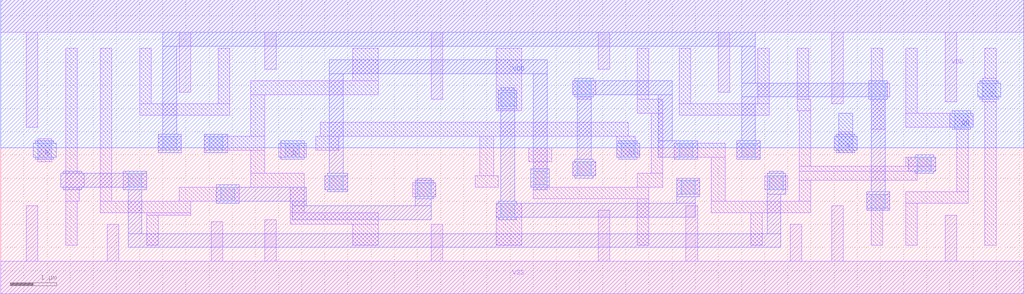
<source format=lef>
VERSION 5.7 ;
BUSBITCHARS "[]" ;
DIVIDERCHAR "/" ;

MACRO gf180mcu_osu_sc_gp9t3v3__fill_8
  CLASS BLOCK ;
  ORIGIN 0 0 ;
  FOREIGN gf180mcu_osu_sc_gp9t3v3__fill_8 ;
  SIZE 0.900 BY 6.350 ;
  PIN VDD
    PORT
      LAYER Metal1 ;
        RECT 0.000 5.650 0.800 6.350 ;
    END
  END VDD
  PIN VSS
    PORT
      LAYER Metal1 ;
        RECT 0.000 0.000 0.800 0.700 ;
    END
  END VSS
  OBS
      LAYER Nwell ;
        RECT 0.000 3.150 0.800 6.350 ;
  END
END gf180mcu_osu_sc_gp9t3v3__fill_8


MACRO gf180mcu_osu_sc_gp9t3v3__oai31_1
  CLASS BLOCK ;
  ORIGIN 0 0 ;
  FOREIGN gf180mcu_osu_sc_gp9t3v3__oai31_1 ;
  SIZE 4.900 BY 6.350 ;
  PIN A0
    ANTENNAGATEAREA 0.765000 ;
    PORT
      LAYER Metal2 ;
        RECT 1.750 2.250 2.250 2.650 ;
    END
  END A0
  PIN A1
    ANTENNAGATEAREA 0.765000 ;
    PORT
      LAYER Metal2 ;
        RECT 2.550 2.900 3.050 3.300 ;
    END
  END A1
  PIN A2
    ANTENNAGATEAREA 0.765000 ;
    PORT
      LAYER Metal2 ;
        RECT 0.750 2.250 1.250 2.650 ;
    END
  END A2
  PIN B
    ANTENNAGATEAREA 0.765000 ;
    PORT
      LAYER Metal2 ;
        RECT 3.250 2.250 3.750 2.650 ;
    END
  END B
  PIN Y
    ANTENNADIFFAREA 1.530000 ;
    PORT
      LAYER Metal2 ;
        RECT 3.950 3.900 4.350 3.950 ;
        RECT 3.900 3.600 4.400 3.900 ;
        RECT 3.950 3.550 4.350 3.600 ;
    END
  END Y
  PIN VDD
    ANTENNADIFFAREA 3.067500 ;
    PORT
      LAYER Nwell ;
        RECT 0.000 3.150 4.900 6.350 ;
      LAYER Metal1 ;
        RECT 0.000 5.650 4.900 6.350 ;
        RECT 1.000 3.600 1.250 5.650 ;
        RECT 3.950 4.550 4.200 5.650 ;
    END
  END VDD
  PIN VSS
    ANTENNADIFFAREA 2.242500 ;
    PORT
      LAYER Metal1 ;
        RECT 0.550 0.700 0.800 1.900 ;
        RECT 2.250 0.700 2.500 1.500 ;
        RECT 0.000 0.000 4.900 0.700 ;
    END
  END VSS
  OBS
      LAYER Metal1 ;
        RECT 3.000 3.900 3.350 5.300 ;
        RECT 3.000 3.600 4.400 3.900 ;
        RECT 4.000 3.550 4.350 3.600 ;
        RECT 2.550 2.950 3.050 3.250 ;
        RECT 0.750 2.300 1.250 2.600 ;
        RECT 1.750 2.300 2.250 2.600 ;
        RECT 3.250 2.300 3.750 2.600 ;
        RECT 1.400 1.750 3.450 2.000 ;
        RECT 1.400 1.050 1.650 1.750 ;
        RECT 3.100 1.050 3.450 1.750 ;
        RECT 4.050 1.050 4.300 3.550 ;
      LAYER Via1 ;
        RECT 4.000 3.600 4.300 3.900 ;
        RECT 2.650 2.950 2.950 3.250 ;
        RECT 0.850 2.300 1.150 2.600 ;
        RECT 1.850 2.300 2.150 2.600 ;
        RECT 3.350 2.300 3.650 2.600 ;
  END
END gf180mcu_osu_sc_gp9t3v3__oai31_1


MACRO gf180mcu_osu_sc_gp9t3v3__decap_1
  CLASS BLOCK ;
  ORIGIN 0 0 ;
  FOREIGN gf180mcu_osu_sc_gp9t3v3__decap_1 ;
  SIZE 2.200 BY 6.350 ;
  PIN VDD
    ANTENNADIFFAREA 2.037500 ;
    PORT
      LAYER Nwell ;
        RECT 0.000 3.150 2.200 6.350 ;
      LAYER Metal1 ;
        RECT 0.000 5.650 2.200 6.350 ;
        RECT 0.550 3.600 0.800 5.650 ;
        RECT 1.400 3.600 1.650 5.650 ;
    END
  END VDD
  PIN VSS
    ANTENNADIFFAREA 1.187500 ;
    PORT
      LAYER Metal1 ;
        RECT 0.550 0.700 0.800 1.900 ;
        RECT 1.400 0.700 1.650 1.900 ;
        RECT 0.000 0.000 2.200 0.700 ;
    END
  END VSS
END gf180mcu_osu_sc_gp9t3v3__decap_1


MACRO gf180mcu_osu_sc_gp9t3v3__clkbuf_2
  CLASS BLOCK ;
  ORIGIN 0 0 ;
  FOREIGN gf180mcu_osu_sc_gp9t3v3__clkbuf_2 ;
  SIZE 3.900 BY 6.350 ;
  PIN A
    ANTENNAGATEAREA 0.765000 ;
    PORT
      LAYER Metal2 ;
        RECT 1.100 2.600 1.500 2.650 ;
        RECT 1.050 2.300 1.550 2.600 ;
        RECT 1.100 2.250 1.500 2.300 ;
    END
  END A
  PIN Y
    ANTENNADIFFAREA 1.402500 ;
    PORT
      LAYER Metal2 ;
        RECT 2.150 3.550 2.650 3.950 ;
    END
  END Y
  PIN VDD
    ANTENNADIFFAREA 2.797500 ;
    PORT
      LAYER Nwell ;
        RECT 0.000 3.150 3.900 6.350 ;
      LAYER Metal1 ;
        RECT 0.000 5.650 3.900 6.350 ;
        RECT 1.400 3.600 1.650 5.650 ;
        RECT 3.100 3.600 3.350 5.650 ;
    END
  END VDD
  PIN VSS
    ANTENNADIFFAREA 1.905000 ;
    PORT
      LAYER Metal1 ;
        RECT 1.400 0.700 1.650 1.900 ;
        RECT 3.100 0.700 3.350 1.900 ;
        RECT 0.000 0.000 3.900 0.700 ;
    END
  END VSS
  OBS
      LAYER Metal1 ;
        RECT 0.550 3.350 0.800 5.300 ;
        RECT 2.250 3.900 2.500 5.300 ;
        RECT 2.150 3.600 2.650 3.900 ;
        RECT 0.550 3.050 2.000 3.350 ;
        RECT 0.550 1.050 0.800 3.050 ;
        RECT 1.050 2.300 1.550 2.600 ;
        RECT 2.250 1.050 2.500 3.600 ;
      LAYER Via1 ;
        RECT 2.250 3.600 2.550 3.900 ;
        RECT 1.150 2.300 1.450 2.600 ;
  END
END gf180mcu_osu_sc_gp9t3v3__clkbuf_2


MACRO gf180mcu_osu_sc_gp9t3v3__tieh
  CLASS BLOCK ;
  ORIGIN 0 0 ;
  FOREIGN gf180mcu_osu_sc_gp9t3v3__tieh ;
  SIZE 2.200 BY 6.350 ;
  PIN Y
    ANTENNADIFFAREA 0.850000 ;
    PORT
      LAYER Metal2 ;
        RECT 1.300 3.550 1.800 3.950 ;
    END
  END Y
  PIN VDD
    ANTENNADIFFAREA 1.187500 ;
    PORT
      LAYER Nwell ;
        RECT 0.000 3.150 2.200 6.350 ;
      LAYER Metal1 ;
        RECT 0.000 5.650 2.200 6.350 ;
        RECT 0.550 3.600 0.800 5.650 ;
    END
  END VDD
  PIN VSS
    ANTENNADIFFAREA 0.762500 ;
    PORT
      LAYER Metal1 ;
        RECT 0.550 0.700 0.800 1.900 ;
        RECT 0.000 0.000 2.200 0.700 ;
    END
  END VSS
  OBS
      LAYER Metal1 ;
        RECT 1.400 3.900 1.650 5.300 ;
        RECT 1.300 3.600 1.800 3.900 ;
        RECT 1.400 3.550 1.650 3.600 ;
        RECT 1.150 2.300 1.650 2.550 ;
        RECT 1.400 1.050 1.650 2.300 ;
      LAYER Via1 ;
        RECT 1.400 3.600 1.700 3.900 ;
  END
END gf180mcu_osu_sc_gp9t3v3__tieh


MACRO gf180mcu_osu_sc_gp9t3v3__xnor2_1
  CLASS BLOCK ;
  ORIGIN 0 0 ;
  FOREIGN gf180mcu_osu_sc_gp9t3v3__xnor2_1 ;
  SIZE 6.400 BY 6.350 ;
  PIN A
    ANTENNAGATEAREA 1.530000 ;
    PORT
      LAYER Metal2 ;
        RECT 3.600 3.450 3.950 3.500 ;
        RECT 3.550 3.050 4.000 3.450 ;
        RECT 3.600 3.000 4.000 3.050 ;
        RECT 1.350 2.650 1.650 2.700 ;
        RECT 1.300 2.250 1.700 2.650 ;
        RECT 1.350 1.300 1.650 2.250 ;
        RECT 3.700 1.300 4.000 3.000 ;
        RECT 1.350 1.000 4.000 1.300 ;
    END
  END A
  PIN B
    ANTENNAGATEAREA 1.530000 ;
    PORT
      LAYER Metal2 ;
        RECT 4.650 2.650 4.950 2.700 ;
        RECT 4.600 2.600 5.000 2.650 ;
        RECT 4.550 2.300 5.050 2.600 ;
        RECT 4.600 2.250 5.000 2.300 ;
        RECT 4.650 2.200 4.950 2.250 ;
    END
  END B
  PIN Y
    ANTENNADIFFAREA 2.192500 ;
    PORT
      LAYER Metal2 ;
        RECT 3.000 4.600 3.300 4.850 ;
        RECT 2.950 4.200 3.350 4.600 ;
        RECT 2.950 4.150 3.300 4.200 ;
        RECT 2.950 2.000 3.250 4.150 ;
        RECT 2.900 1.600 3.400 2.000 ;
    END
  END Y
  PIN VDD
    ANTENNADIFFAREA 3.557500 ;
    PORT
      LAYER Nwell ;
        RECT 0.000 3.150 6.400 6.350 ;
      LAYER Metal1 ;
        RECT 0.000 5.650 6.400 6.350 ;
        RECT 1.400 4.700 1.650 5.650 ;
        RECT 4.700 4.700 4.950 5.650 ;
    END
  END VDD
  PIN VSS
    ANTENNADIFFAREA 2.622500 ;
    PORT
      LAYER Metal1 ;
        RECT 1.400 0.700 1.650 1.900 ;
        RECT 4.700 0.700 4.950 1.900 ;
        RECT 0.000 0.000 6.400 0.700 ;
    END
  END VSS
  OBS
      LAYER Metal1 ;
        RECT 0.550 3.400 0.800 5.300 ;
        RECT 3.050 4.850 3.300 5.300 ;
        RECT 3.000 4.150 3.300 4.850 ;
        RECT 5.550 3.900 5.800 5.300 ;
        RECT 2.750 3.650 5.800 3.900 ;
        RECT 0.550 3.100 2.400 3.400 ;
        RECT 0.550 1.050 0.800 3.100 ;
        RECT 2.100 2.600 2.400 3.100 ;
        RECT 2.750 3.000 3.050 3.650 ;
        RECT 3.500 3.100 4.000 3.400 ;
        RECT 1.250 2.300 1.750 2.600 ;
        RECT 2.100 2.300 3.500 2.600 ;
        RECT 4.550 2.300 5.050 2.600 ;
        RECT 3.000 1.500 3.300 2.050 ;
        RECT 3.050 1.050 3.300 1.500 ;
        RECT 5.550 1.050 5.800 3.650 ;
      LAYER Via1 ;
        RECT 3.000 4.250 3.300 4.550 ;
        RECT 3.600 3.100 3.900 3.400 ;
        RECT 1.350 2.300 1.650 2.600 ;
        RECT 4.650 2.300 4.950 2.600 ;
        RECT 3.000 1.650 3.300 1.950 ;
  END
END gf180mcu_osu_sc_gp9t3v3__xnor2_1


MACRO gf180mcu_osu_sc_gp9t3v3__clkinv_4
  CLASS BLOCK ;
  ORIGIN 0 0 ;
  FOREIGN gf180mcu_osu_sc_gp9t3v3__clkinv_4 ;
  SIZE 4.800 BY 6.350 ;
  PIN A
    ANTENNAGATEAREA 3.060000 ;
    PORT
      LAYER Metal2 ;
        RECT 0.400 2.250 0.900 2.650 ;
    END
  END A
  PIN Y
    ANTENNADIFFAREA 2.805000 ;
    PORT
      LAYER Metal2 ;
        RECT 3.300 3.900 3.700 3.950 ;
        RECT 3.250 3.600 3.750 3.900 ;
        RECT 3.300 3.550 3.700 3.600 ;
    END
  END Y
  PIN VDD
    ANTENNADIFFAREA 3.732500 ;
    PORT
      LAYER Nwell ;
        RECT 0.000 3.150 4.800 6.350 ;
      LAYER Metal1 ;
        RECT 0.000 5.650 4.800 6.350 ;
        RECT 0.550 3.600 0.800 5.650 ;
        RECT 2.250 3.600 2.500 5.650 ;
        RECT 4.000 3.600 4.250 5.650 ;
    END
  END VDD
  PIN VSS
    ANTENNADIFFAREA 2.330000 ;
    PORT
      LAYER Metal1 ;
        RECT 0.550 0.700 0.800 1.900 ;
        RECT 2.250 0.700 2.500 1.900 ;
        RECT 3.950 0.700 4.200 1.900 ;
        RECT 0.000 0.000 4.800 0.700 ;
    END
  END VSS
  OBS
      LAYER Metal1 ;
        RECT 1.400 3.350 1.650 5.300 ;
        RECT 3.100 3.900 3.350 5.300 ;
        RECT 3.100 3.600 3.750 3.900 ;
        RECT 3.100 3.350 3.350 3.600 ;
        RECT 1.400 3.100 3.350 3.350 ;
        RECT 0.400 2.300 0.900 2.600 ;
        RECT 1.400 2.400 1.650 3.100 ;
        RECT 3.100 2.400 3.350 3.100 ;
        RECT 1.400 2.150 3.350 2.400 ;
        RECT 1.400 1.050 1.650 2.150 ;
        RECT 3.100 1.050 3.350 2.150 ;
      LAYER Via1 ;
        RECT 3.350 3.600 3.650 3.900 ;
        RECT 0.500 2.300 0.800 2.600 ;
  END
END gf180mcu_osu_sc_gp9t3v3__clkinv_4


MACRO gf180mcu_osu_sc_gp9t3v3__or2_1
  CLASS BLOCK ;
  ORIGIN 0 0 ;
  FOREIGN gf180mcu_osu_sc_gp9t3v3__or2_1 ;
  SIZE 3.800 BY 6.350 ;
  PIN A
    ANTENNAGATEAREA 0.765000 ;
    PORT
      LAYER Metal2 ;
        RECT 0.900 2.250 1.400 2.650 ;
    END
  END A
  PIN B
    ANTENNAGATEAREA 0.765000 ;
    PORT
      LAYER Metal2 ;
        RECT 1.650 2.900 2.150 3.300 ;
    END
  END B
  PIN Y
    ANTENNADIFFAREA 1.275000 ;
    PORT
      LAYER Metal2 ;
        RECT 2.950 3.550 3.450 3.950 ;
        RECT 3.050 1.900 3.350 3.550 ;
        RECT 2.950 1.500 3.450 1.900 ;
    END
  END Y
  PIN VDD
    ANTENNADIFFAREA 2.202500 ;
    PORT
      LAYER Nwell ;
        RECT 0.000 3.150 3.800 6.350 ;
      LAYER Metal1 ;
        RECT 0.000 5.650 3.800 6.350 ;
        RECT 1.950 4.400 2.350 5.650 ;
    END
  END VDD
  PIN VSS
    ANTENNADIFFAREA 1.905000 ;
    PORT
      LAYER Metal1 ;
        RECT 0.400 0.700 0.650 1.550 ;
        RECT 2.100 0.700 2.350 1.900 ;
        RECT 0.000 0.000 3.800 0.700 ;
    END
  END VSS
  OBS
      LAYER Metal1 ;
        RECT 0.550 4.150 0.800 5.300 ;
        RECT 0.550 3.850 2.700 4.150 ;
        RECT 0.550 3.350 0.800 3.850 ;
        RECT 0.400 3.050 0.800 3.350 ;
        RECT 2.400 3.350 2.700 3.850 ;
        RECT 2.950 3.900 3.200 5.300 ;
        RECT 2.950 3.600 3.450 3.900 ;
        RECT 0.400 2.050 0.650 3.050 ;
        RECT 1.650 2.950 2.150 3.250 ;
        RECT 2.400 3.050 2.950 3.350 ;
        RECT 0.900 2.300 1.400 2.600 ;
        RECT 0.400 1.800 1.500 2.050 ;
        RECT 1.250 1.050 1.500 1.800 ;
        RECT 2.950 1.850 3.200 1.900 ;
        RECT 2.950 1.550 3.450 1.850 ;
        RECT 2.950 1.050 3.200 1.550 ;
      LAYER Via1 ;
        RECT 3.050 3.600 3.350 3.900 ;
        RECT 1.750 2.950 2.050 3.250 ;
        RECT 1.000 2.300 1.300 2.600 ;
        RECT 3.050 1.550 3.350 1.850 ;
  END
END gf180mcu_osu_sc_gp9t3v3__or2_1


MACRO gf180mcu_osu_sc_gp9t3v3__inv_4
  CLASS BLOCK ;
  ORIGIN 0 0 ;
  FOREIGN gf180mcu_osu_sc_gp9t3v3__inv_4 ;
  SIZE 4.800 BY 6.350 ;
  PIN A
    ANTENNAGATEAREA 3.060000 ;
    PORT
      LAYER Metal2 ;
        RECT 0.400 2.250 0.900 2.650 ;
    END
  END A
  PIN Y
    ANTENNADIFFAREA 2.805000 ;
    PORT
      LAYER Metal2 ;
        RECT 3.300 3.900 3.700 3.950 ;
        RECT 3.250 3.600 3.750 3.900 ;
        RECT 3.300 3.550 3.700 3.600 ;
    END
  END Y
  PIN VDD
    ANTENNADIFFAREA 3.732500 ;
    PORT
      LAYER Nwell ;
        RECT 0.000 3.150 4.800 6.350 ;
      LAYER Metal1 ;
        RECT 0.000 5.650 4.800 6.350 ;
        RECT 0.550 3.600 0.800 5.650 ;
        RECT 2.250 3.600 2.500 5.650 ;
        RECT 4.000 3.600 4.250 5.650 ;
    END
  END VDD
  PIN VSS
    ANTENNADIFFAREA 2.330000 ;
    PORT
      LAYER Metal1 ;
        RECT 0.550 0.700 0.800 1.900 ;
        RECT 2.250 0.700 2.500 1.900 ;
        RECT 3.950 0.700 4.200 1.900 ;
        RECT 0.000 0.000 4.800 0.700 ;
    END
  END VSS
  OBS
      LAYER Metal1 ;
        RECT 1.400 3.350 1.650 5.300 ;
        RECT 3.100 3.900 3.350 5.300 ;
        RECT 3.100 3.600 3.750 3.900 ;
        RECT 3.100 3.350 3.350 3.600 ;
        RECT 1.400 3.100 3.350 3.350 ;
        RECT 0.400 2.300 0.900 2.600 ;
        RECT 1.400 2.400 1.650 3.100 ;
        RECT 3.100 2.400 3.350 3.100 ;
        RECT 1.400 2.150 3.350 2.400 ;
        RECT 1.400 1.050 1.650 2.150 ;
        RECT 3.100 1.050 3.350 2.150 ;
      LAYER Via1 ;
        RECT 3.350 3.600 3.650 3.900 ;
        RECT 0.500 2.300 0.800 2.600 ;
  END
END gf180mcu_osu_sc_gp9t3v3__inv_4


MACRO gf180mcu_osu_sc_gp9t3v3__clkinv_1
  CLASS BLOCK ;
  ORIGIN 0 0 ;
  FOREIGN gf180mcu_osu_sc_gp9t3v3__clkinv_1 ;
  SIZE 2.200 BY 6.350 ;
  PIN A
    ANTENNAGATEAREA 0.765000 ;
    PORT
      LAYER Metal2 ;
        RECT 0.550 2.250 1.050 2.650 ;
    END
  END A
  PIN Y
    ANTENNADIFFAREA 1.275000 ;
    PORT
      LAYER Metal2 ;
        RECT 1.300 3.550 1.800 3.950 ;
    END
  END Y
  PIN VDD
    ANTENNADIFFAREA 1.187500 ;
    PORT
      LAYER Nwell ;
        RECT 0.000 3.150 2.200 6.350 ;
      LAYER Metal1 ;
        RECT 0.000 5.650 2.200 6.350 ;
        RECT 0.550 3.600 0.800 5.650 ;
    END
  END VDD
  PIN VSS
    ANTENNADIFFAREA 0.762500 ;
    PORT
      LAYER Metal1 ;
        RECT 0.550 0.700 0.800 1.900 ;
        RECT 0.000 0.000 2.200 0.700 ;
    END
  END VSS
  OBS
      LAYER Metal1 ;
        RECT 1.400 3.900 1.650 5.300 ;
        RECT 1.300 3.600 1.800 3.900 ;
        RECT 0.550 2.300 1.050 2.600 ;
        RECT 1.400 1.050 1.650 3.600 ;
      LAYER Via1 ;
        RECT 1.400 3.600 1.700 3.900 ;
        RECT 0.650 2.300 0.950 2.600 ;
  END
END gf180mcu_osu_sc_gp9t3v3__clkinv_1


MACRO gf180mcu_osu_sc_gp9t3v3__clkbuf_8
  CLASS BLOCK ;
  ORIGIN 0 0 ;
  FOREIGN gf180mcu_osu_sc_gp9t3v3__clkbuf_8 ;
  SIZE 9.050 BY 6.350 ;
  PIN A
    ANTENNAGATEAREA 0.765000 ;
    PORT
      LAYER Metal2 ;
        RECT 1.100 2.600 1.500 2.650 ;
        RECT 1.050 2.300 1.550 2.600 ;
        RECT 1.100 2.250 1.500 2.300 ;
    END
  END A
  PIN Y
    ANTENNADIFFAREA 5.610001 ;
    PORT
      LAYER Metal2 ;
        RECT 7.250 3.550 7.750 3.950 ;
    END
  END Y
  PIN VDD
    ANTENNADIFFAREA 6.952500 ;
    PORT
      LAYER Nwell ;
        RECT 0.000 3.150 9.050 6.350 ;
      LAYER Metal1 ;
        RECT 0.000 5.650 9.050 6.350 ;
        RECT 1.400 3.600 1.650 5.650 ;
        RECT 3.100 3.600 3.350 5.650 ;
        RECT 4.800 3.600 5.050 5.650 ;
        RECT 6.500 3.600 6.750 5.650 ;
        RECT 8.200 3.600 8.450 5.650 ;
    END
  END VDD
  PIN VSS
    ANTENNADIFFAREA 4.657500 ;
    PORT
      LAYER Metal1 ;
        RECT 1.400 0.700 1.650 1.900 ;
        RECT 3.100 0.700 3.350 1.900 ;
        RECT 4.800 0.700 5.050 1.900 ;
        RECT 6.500 0.700 6.750 1.900 ;
        RECT 8.200 0.700 8.450 1.900 ;
        RECT 0.000 0.000 9.050 0.700 ;
    END
  END VSS
  OBS
      LAYER Metal1 ;
        RECT 0.550 3.350 0.800 5.300 ;
        RECT 2.250 3.350 2.500 5.300 ;
        RECT 3.950 3.350 4.200 5.300 ;
        RECT 5.650 3.350 5.900 5.300 ;
        RECT 7.350 3.900 7.600 5.300 ;
        RECT 7.250 3.600 7.750 3.900 ;
        RECT 7.350 3.350 7.600 3.600 ;
        RECT 0.550 3.050 2.000 3.350 ;
        RECT 2.250 3.050 7.600 3.350 ;
        RECT 0.550 1.050 0.800 3.050 ;
        RECT 1.050 2.300 1.550 2.600 ;
        RECT 2.250 2.450 2.500 3.050 ;
        RECT 3.950 2.450 4.200 3.050 ;
        RECT 5.650 2.450 5.900 3.050 ;
        RECT 7.350 2.450 7.600 3.050 ;
        RECT 2.250 2.150 7.600 2.450 ;
        RECT 2.250 1.050 2.500 2.150 ;
        RECT 3.950 1.050 4.200 2.150 ;
        RECT 5.650 1.050 5.900 2.150 ;
        RECT 7.350 1.050 7.600 2.150 ;
      LAYER Via1 ;
        RECT 7.350 3.600 7.650 3.900 ;
        RECT 1.150 2.300 1.450 2.600 ;
  END
END gf180mcu_osu_sc_gp9t3v3__clkbuf_8


MACRO gf180mcu_osu_sc_gp9t3v3__inv_8
  CLASS BLOCK ;
  ORIGIN 0 0 ;
  FOREIGN gf180mcu_osu_sc_gp9t3v3__inv_8 ;
  SIZE 8.200 BY 6.350 ;
  PIN A
    ANTENNAGATEAREA 6.120000 ;
    PORT
      LAYER Metal2 ;
        RECT 0.400 2.250 0.900 2.650 ;
    END
  END A
  PIN Y
    ANTENNADIFFAREA 5.610001 ;
    PORT
      LAYER Metal2 ;
        RECT 6.700 3.900 7.100 3.950 ;
        RECT 6.650 3.600 7.150 3.900 ;
        RECT 6.700 3.550 7.100 3.600 ;
    END
  END Y
  PIN VDD
    ANTENNADIFFAREA 6.615000 ;
    PORT
      LAYER Nwell ;
        RECT 0.000 3.150 8.200 6.350 ;
      LAYER Metal1 ;
        RECT 0.000 5.650 8.200 6.350 ;
        RECT 0.550 3.600 0.800 5.650 ;
        RECT 2.250 3.600 2.500 5.650 ;
        RECT 3.950 3.600 4.200 5.650 ;
        RECT 5.650 3.600 5.900 5.650 ;
        RECT 7.400 3.600 7.650 5.650 ;
    END
  END VDD
  PIN VSS
    ANTENNADIFFAREA 4.277500 ;
    PORT
      LAYER Metal1 ;
        RECT 0.550 0.700 0.800 1.900 ;
        RECT 2.250 0.700 2.500 1.900 ;
        RECT 3.950 0.700 4.200 1.900 ;
        RECT 5.650 0.700 5.900 1.900 ;
        RECT 7.350 0.700 7.600 1.900 ;
        RECT 0.000 0.000 8.200 0.700 ;
    END
  END VSS
  OBS
      LAYER Metal1 ;
        RECT 1.400 3.350 1.650 5.300 ;
        RECT 3.100 3.350 3.350 5.300 ;
        RECT 4.800 3.350 5.050 5.300 ;
        RECT 6.500 3.900 6.750 5.300 ;
        RECT 6.500 3.600 7.150 3.900 ;
        RECT 6.500 3.350 6.750 3.600 ;
        RECT 1.400 3.100 6.750 3.350 ;
        RECT 0.400 2.300 0.900 2.600 ;
        RECT 1.400 2.400 1.650 3.100 ;
        RECT 3.100 2.400 3.350 3.100 ;
        RECT 4.800 2.400 5.050 3.100 ;
        RECT 6.500 2.400 6.750 3.100 ;
        RECT 1.400 2.150 6.750 2.400 ;
        RECT 1.400 1.050 1.650 2.150 ;
        RECT 3.100 1.050 3.350 2.150 ;
        RECT 4.800 1.050 5.050 2.150 ;
        RECT 6.500 1.050 6.750 2.150 ;
      LAYER Via1 ;
        RECT 6.750 3.600 7.050 3.900 ;
        RECT 0.500 2.300 0.800 2.600 ;
  END
END gf180mcu_osu_sc_gp9t3v3__inv_8


MACRO gf180mcu_osu_sc_gp9t3v3__mux2_1
  CLASS BLOCK ;
  ORIGIN 0 0 ;
  FOREIGN gf180mcu_osu_sc_gp9t3v3__mux2_1 ;
  SIZE 5.100 BY 6.350 ;
  PIN A
    ANTENNADIFFAREA 1.275000 ;
    PORT
      LAYER Metal2 ;
        RECT 2.350 2.250 2.850 2.650 ;
    END
  END A
  PIN B
    ANTENNADIFFAREA 1.657500 ;
    PORT
      LAYER Metal2 ;
        RECT 4.250 2.250 4.750 2.650 ;
    END
  END B
  PIN Sel
    ANTENNAGATEAREA 1.530000 ;
    PORT
      LAYER Metal2 ;
        RECT 0.550 2.900 1.050 3.300 ;
    END
  END Sel
  PIN Y
    ANTENNADIFFAREA 1.785000 ;
    PORT
      LAYER Metal2 ;
        RECT 3.000 4.200 3.500 4.600 ;
    END
  END Y
  PIN VDD
    ANTENNADIFFAREA 2.200000 ;
    PORT
      LAYER Nwell ;
        RECT 0.000 3.150 5.100 6.350 ;
      LAYER Metal1 ;
        RECT 0.000 5.650 5.100 6.350 ;
        RECT 0.550 3.600 0.800 5.650 ;
    END
  END VDD
  PIN VSS
    ANTENNADIFFAREA 1.775000 ;
    PORT
      LAYER Metal1 ;
        RECT 0.550 0.700 0.800 1.900 ;
        RECT 0.000 0.000 5.100 0.700 ;
    END
  END VSS
  OBS
      LAYER Metal1 ;
        RECT 1.400 3.450 1.650 5.300 ;
        RECT 0.550 2.950 1.050 3.250 ;
        RECT 1.400 3.150 1.950 3.450 ;
        RECT 1.400 2.400 1.650 3.150 ;
        RECT 2.250 2.650 2.500 5.300 ;
        RECT 3.100 4.650 3.350 5.300 ;
        RECT 3.100 4.150 3.400 4.650 ;
        RECT 1.400 2.100 2.000 2.400 ;
        RECT 2.250 2.250 2.850 2.650 ;
        RECT 1.400 1.050 1.650 2.100 ;
        RECT 2.250 1.050 2.500 2.250 ;
        RECT 3.100 1.050 3.350 4.150 ;
        RECT 3.650 3.000 3.950 3.550 ;
        RECT 4.250 2.650 4.500 5.300 ;
        RECT 4.250 2.250 4.750 2.650 ;
        RECT 4.250 1.050 4.500 2.250 ;
      LAYER Via1 ;
        RECT 0.650 2.950 0.950 3.250 ;
        RECT 1.550 3.150 1.850 3.450 ;
        RECT 3.100 4.250 3.400 4.550 ;
        RECT 2.450 2.300 2.750 2.600 ;
        RECT 3.650 3.150 3.950 3.450 ;
        RECT 4.350 2.300 4.650 2.600 ;
      LAYER Metal2 ;
        RECT 1.450 3.450 1.950 3.500 ;
        RECT 3.550 3.450 4.050 3.500 ;
        RECT 1.450 3.150 4.050 3.450 ;
        RECT 1.450 3.100 1.950 3.150 ;
        RECT 3.550 3.100 4.050 3.150 ;
  END
END gf180mcu_osu_sc_gp9t3v3__mux2_1


MACRO gf180mcu_osu_sc_gp9t3v3__clkbuf_16
  CLASS BLOCK ;
  ORIGIN 0 0 ;
  FOREIGN gf180mcu_osu_sc_gp9t3v3__clkbuf_16 ;
  SIZE 15.800 BY 6.350 ;
  PIN A
    ANTENNAGATEAREA 0.765000 ;
    PORT
      LAYER Metal2 ;
        RECT 1.100 2.600 1.500 2.650 ;
        RECT 1.050 2.300 1.550 2.600 ;
        RECT 1.100 2.250 1.500 2.300 ;
    END
  END A
  PIN Y
    ANTENNADIFFAREA 11.220001 ;
    PORT
      LAYER Metal2 ;
        RECT 14.050 3.550 14.550 3.950 ;
    END
  END Y
  PIN VDD
    ANTENNADIFFAREA 12.380001 ;
    PORT
      LAYER Nwell ;
        RECT 0.000 3.150 15.800 6.350 ;
      LAYER Metal1 ;
        RECT 0.000 5.650 15.800 6.350 ;
        RECT 1.400 3.600 1.650 5.650 ;
        RECT 3.100 3.600 3.350 5.650 ;
        RECT 4.800 3.600 5.050 5.650 ;
        RECT 6.500 3.600 6.750 5.650 ;
        RECT 8.200 3.600 8.450 5.650 ;
        RECT 9.900 3.600 10.150 5.650 ;
        RECT 11.600 3.600 11.850 5.650 ;
        RECT 13.300 3.600 13.550 5.650 ;
        RECT 15.000 3.600 15.250 5.650 ;
    END
  END VDD
  PIN VSS
    ANTENNADIFFAREA 8.215000 ;
    PORT
      LAYER Metal1 ;
        RECT 1.400 0.700 1.650 1.900 ;
        RECT 3.100 0.700 3.350 1.900 ;
        RECT 4.800 0.700 5.050 1.900 ;
        RECT 6.500 0.700 6.750 1.900 ;
        RECT 8.200 0.700 8.450 1.900 ;
        RECT 9.900 0.700 10.150 1.900 ;
        RECT 11.600 0.700 11.850 1.900 ;
        RECT 13.300 0.700 13.550 1.900 ;
        RECT 15.000 0.700 15.250 1.900 ;
        RECT 0.000 0.000 15.800 0.700 ;
    END
  END VSS
  OBS
      LAYER Metal1 ;
        RECT 0.550 3.350 0.800 5.300 ;
        RECT 2.250 3.350 2.500 5.300 ;
        RECT 3.950 3.350 4.200 5.300 ;
        RECT 5.650 3.350 5.900 5.300 ;
        RECT 7.350 3.350 7.600 5.300 ;
        RECT 9.050 3.350 9.300 5.300 ;
        RECT 10.750 3.350 11.000 5.300 ;
        RECT 12.450 3.350 12.700 5.300 ;
        RECT 14.150 3.900 14.400 5.300 ;
        RECT 14.050 3.600 14.550 3.900 ;
        RECT 14.150 3.350 14.400 3.600 ;
        RECT 0.550 3.050 2.000 3.350 ;
        RECT 2.250 3.050 14.400 3.350 ;
        RECT 0.550 1.050 0.800 3.050 ;
        RECT 1.050 2.300 1.550 2.600 ;
        RECT 2.250 2.450 2.500 3.050 ;
        RECT 3.950 2.450 4.200 3.050 ;
        RECT 5.650 2.450 5.900 3.050 ;
        RECT 7.350 2.450 7.600 3.050 ;
        RECT 9.050 2.450 9.300 3.050 ;
        RECT 10.750 2.450 11.000 3.050 ;
        RECT 12.450 2.450 12.700 3.050 ;
        RECT 14.150 2.450 14.400 3.050 ;
        RECT 2.250 2.150 14.400 2.450 ;
        RECT 2.250 1.050 2.500 2.150 ;
        RECT 3.950 1.050 4.200 2.150 ;
        RECT 5.650 1.050 5.900 2.150 ;
        RECT 7.350 1.050 7.600 2.150 ;
        RECT 9.050 1.050 9.300 2.150 ;
        RECT 10.750 1.050 11.000 2.150 ;
        RECT 12.450 1.050 12.700 2.150 ;
        RECT 14.150 1.050 14.400 2.150 ;
      LAYER Via1 ;
        RECT 14.150 3.600 14.450 3.900 ;
        RECT 1.150 2.300 1.450 2.600 ;
  END
END gf180mcu_osu_sc_gp9t3v3__clkbuf_16


MACRO gf180mcu_osu_sc_gp9t3v3__dffn_1
  CLASS BLOCK ;
  ORIGIN 0 0 ;
  FOREIGN gf180mcu_osu_sc_gp9t3v3__dffn_1 ;
  SIZE 15.500 BY 6.350 ;
  PIN D
    ANTENNAGATEAREA 0.765000 ;
    PORT
      LAYER Metal2 ;
        RECT 1.750 3.250 2.250 3.300 ;
        RECT 1.700 2.950 2.300 3.250 ;
        RECT 1.750 2.900 2.250 2.950 ;
    END
  END D
  PIN CLK
    ANTENNAGATEAREA 0.765000 ;
    PORT
      LAYER Metal2 ;
        RECT 11.100 3.250 11.500 3.300 ;
        RECT 11.050 2.950 11.550 3.250 ;
        RECT 11.100 2.900 11.500 2.950 ;
    END
  END CLK
  PIN Q
    ANTENNADIFFAREA 1.275000 ;
    PORT
      LAYER Metal2 ;
        RECT 14.800 4.550 15.200 4.600 ;
        RECT 14.750 4.250 15.250 4.550 ;
        RECT 14.800 4.200 15.200 4.250 ;
    END
  END Q
  PIN QN
    ANTENNAGATEAREA 0.765000 ;
    ANTENNADIFFAREA 1.275000 ;
    PORT
      LAYER Metal2 ;
        RECT 14.000 3.900 14.400 3.950 ;
        RECT 13.950 3.600 14.450 3.900 ;
        RECT 14.000 3.550 14.400 3.600 ;
    END
  END QN
  PIN VDD
    ANTENNADIFFAREA 8.725000 ;
    PORT
      LAYER Nwell ;
        RECT 0.000 3.150 15.500 6.350 ;
      LAYER Metal1 ;
        RECT 0.000 5.650 15.500 6.350 ;
        RECT 1.400 4.850 1.650 5.650 ;
        RECT 5.000 4.200 5.250 5.650 ;
        RECT 8.600 4.850 8.850 5.650 ;
        RECT 11.400 3.600 11.650 5.650 ;
        RECT 13.850 4.150 14.100 5.650 ;
    END
  END VDD
  PIN VSS
    ANTENNADIFFAREA 6.312500 ;
    PORT
      LAYER Metal1 ;
        RECT 1.400 0.700 1.650 1.600 ;
        RECT 5.000 0.700 5.250 1.500 ;
        RECT 8.600 0.700 8.850 1.600 ;
        RECT 11.400 0.700 11.650 1.500 ;
        RECT 13.850 0.700 14.100 1.700 ;
        RECT 0.000 0.000 15.500 0.700 ;
    END
  END VSS
  OBS
      LAYER Metal1 ;
        RECT 0.550 2.450 0.800 5.300 ;
        RECT 3.300 4.600 3.850 5.300 ;
        RECT 0.500 2.400 0.800 2.450 ;
        RECT 0.400 2.100 0.800 2.400 ;
        RECT 0.500 2.000 0.800 2.100 ;
        RECT 0.550 1.050 0.800 2.000 ;
        RECT 1.050 4.300 3.850 4.600 ;
        RECT 1.050 3.400 1.350 4.300 ;
        RECT 6.400 4.200 6.950 5.300 ;
        RECT 8.050 4.300 8.550 4.600 ;
        RECT 8.150 4.200 8.450 4.300 ;
        RECT 9.450 4.100 9.700 5.300 ;
        RECT 2.650 3.650 8.900 3.950 ;
        RECT 9.450 3.850 10.000 4.100 ;
        RECT 2.650 3.400 2.950 3.650 ;
        RECT 1.050 3.100 1.450 3.400 ;
        RECT 1.050 2.150 1.350 3.100 ;
        RECT 1.750 2.950 2.250 3.250 ;
        RECT 2.500 3.100 2.950 3.400 ;
        RECT 2.650 3.050 2.950 3.100 ;
        RECT 4.700 2.400 5.000 2.450 ;
        RECT 1.050 1.900 2.250 2.150 ;
        RECT 2.700 2.100 3.200 2.400 ;
        RECT 4.600 2.100 5.100 2.400 ;
        RECT 6.050 2.350 6.350 3.650 ;
        RECT 8.600 3.400 8.900 3.650 ;
        RECT 8.600 3.250 9.450 3.400 ;
        RECT 8.600 3.100 9.500 3.250 ;
        RECT 7.250 3.000 7.550 3.050 ;
        RECT 7.200 2.600 7.600 3.000 ;
        RECT 9.000 2.950 9.500 3.100 ;
        RECT 9.750 2.600 10.000 3.850 ;
        RECT 10.550 3.300 10.800 5.300 ;
        RECT 10.500 3.250 10.800 3.300 ;
        RECT 10.250 2.950 10.800 3.250 ;
        RECT 10.500 2.900 10.800 2.950 ;
        RECT 7.250 2.550 7.550 2.600 ;
        RECT 5.950 2.050 6.450 2.350 ;
        RECT 8.050 2.300 8.550 2.600 ;
        RECT 9.450 2.300 10.000 2.600 ;
        RECT 2.000 1.750 2.250 1.900 ;
        RECT 2.000 1.500 3.850 1.750 ;
        RECT 3.300 1.050 3.850 1.500 ;
        RECT 6.400 1.050 6.950 1.750 ;
        RECT 7.250 1.550 7.550 2.050 ;
        RECT 9.450 1.550 9.750 2.300 ;
        RECT 9.450 1.050 9.700 1.550 ;
        RECT 10.550 1.050 10.800 2.900 ;
        RECT 11.150 2.850 11.450 3.350 ;
        RECT 12.250 2.950 12.500 5.300 ;
        RECT 13.000 3.900 13.250 5.300 ;
        RECT 14.700 4.600 14.950 5.300 ;
        RECT 14.700 4.250 15.250 4.600 ;
        RECT 14.700 4.200 15.200 4.250 ;
        RECT 13.000 3.600 14.450 3.900 ;
        RECT 12.250 2.650 13.650 2.950 ;
        RECT 11.600 2.050 11.900 2.550 ;
        RECT 11.500 1.750 12.000 2.050 ;
        RECT 12.250 1.050 12.500 2.650 ;
        RECT 14.050 2.200 14.350 3.600 ;
        RECT 13.000 1.950 14.350 2.200 ;
        RECT 13.000 1.050 13.250 1.950 ;
        RECT 14.700 1.050 14.950 4.200 ;
      LAYER Via1 ;
        RECT 0.500 2.100 0.800 2.400 ;
        RECT 6.500 4.300 6.800 4.600 ;
        RECT 8.150 4.300 8.450 4.600 ;
        RECT 1.850 2.950 2.150 3.250 ;
        RECT 2.800 2.100 3.100 2.400 ;
        RECT 4.700 2.100 5.000 2.400 ;
        RECT 9.100 2.950 9.400 3.250 ;
        RECT 7.250 2.650 7.550 2.950 ;
        RECT 10.350 2.950 10.650 3.250 ;
        RECT 8.150 2.300 8.450 2.600 ;
        RECT 6.500 1.450 6.800 1.750 ;
        RECT 7.250 1.650 7.550 1.950 ;
        RECT 9.450 1.650 9.750 1.950 ;
        RECT 11.150 2.950 11.450 3.250 ;
        RECT 14.850 4.250 15.150 4.550 ;
        RECT 14.050 3.600 14.350 3.900 ;
        RECT 13.250 2.650 13.550 2.950 ;
        RECT 11.600 1.750 11.900 2.050 ;
      LAYER Metal2 ;
        RECT 2.800 5.000 7.550 5.300 ;
        RECT 2.800 2.450 3.100 5.000 ;
        RECT 6.500 4.650 6.800 4.700 ;
        RECT 6.450 4.250 6.850 4.650 ;
        RECT 0.450 2.400 0.850 2.450 ;
        RECT 2.750 2.400 3.200 2.450 ;
        RECT 4.650 2.400 5.050 2.450 ;
        RECT 0.400 2.100 0.900 2.400 ;
        RECT 2.700 2.100 3.200 2.400 ;
        RECT 4.600 2.100 5.100 2.400 ;
        RECT 0.450 2.050 0.850 2.100 ;
        RECT 2.750 2.050 3.200 2.100 ;
        RECT 4.650 2.050 5.050 2.100 ;
        RECT 0.500 1.450 0.800 2.050 ;
        RECT 4.700 1.450 5.000 2.050 ;
        RECT 6.500 1.800 6.800 4.250 ;
        RECT 7.250 3.800 7.550 5.000 ;
        RECT 8.100 4.600 8.500 4.650 ;
        RECT 8.050 4.300 12.450 4.600 ;
        RECT 8.100 4.250 8.500 4.300 ;
        RECT 7.200 3.500 7.550 3.800 ;
        RECT 7.200 3.050 7.500 3.500 ;
        RECT 7.200 2.550 7.600 3.050 ;
        RECT 8.150 2.650 8.450 4.250 ;
        RECT 9.050 3.250 9.450 3.300 ;
        RECT 10.300 3.250 10.700 3.300 ;
        RECT 9.000 2.950 10.750 3.250 ;
        RECT 12.150 2.950 12.450 4.300 ;
        RECT 13.200 2.950 13.600 3.000 ;
        RECT 9.050 2.900 9.450 2.950 ;
        RECT 10.300 2.900 10.700 2.950 ;
        RECT 12.150 2.650 13.650 2.950 ;
        RECT 8.100 2.600 8.500 2.650 ;
        RECT 13.200 2.600 13.600 2.650 ;
        RECT 7.250 2.000 7.550 2.550 ;
        RECT 8.050 2.300 8.550 2.600 ;
        RECT 8.100 2.250 8.500 2.300 ;
        RECT 11.550 2.050 11.950 2.100 ;
        RECT 7.200 1.950 7.600 2.000 ;
        RECT 9.400 1.950 9.800 2.000 ;
        RECT 0.500 1.150 5.000 1.450 ;
        RECT 6.450 1.400 6.850 1.800 ;
        RECT 7.150 1.650 9.900 1.950 ;
        RECT 11.200 1.750 12.000 2.050 ;
        RECT 11.200 1.700 11.950 1.750 ;
        RECT 7.200 1.600 7.600 1.650 ;
        RECT 9.400 1.600 9.800 1.650 ;
        RECT 6.500 1.300 6.850 1.400 ;
        RECT 11.200 1.300 11.500 1.700 ;
        RECT 6.500 1.000 11.750 1.300 ;
  END
END gf180mcu_osu_sc_gp9t3v3__dffn_1


MACRO gf180mcu_osu_sc_gp9t3v3__fill_2
  CLASS BLOCK ;
  ORIGIN 0 0 ;
  FOREIGN gf180mcu_osu_sc_gp9t3v3__fill_2 ;
  SIZE 0.900 BY 6.350 ;
  PIN VDD
    PORT
      LAYER Metal1 ;
        RECT 0.000 5.650 0.200 6.350 ;
    END
  END VDD
  PIN VSS
    PORT
      LAYER Metal1 ;
        RECT 0.000 0.000 0.200 0.700 ;
    END
  END VSS
  OBS
      LAYER Nwell ;
        RECT 0.000 3.150 0.200 6.350 ;
  END
END gf180mcu_osu_sc_gp9t3v3__fill_2


MACRO gf180mcu_osu_sc_gp9t3v3__inv_16
  CLASS BLOCK ;
  ORIGIN 0 0 ;
  FOREIGN gf180mcu_osu_sc_gp9t3v3__inv_16 ;
  SIZE 15.000 BY 6.350 ;
  PIN A
    ANTENNAGATEAREA 12.240001 ;
    PORT
      LAYER Metal2 ;
        RECT 0.400 2.250 0.900 2.650 ;
    END
  END A
  PIN Y
    ANTENNADIFFAREA 11.220001 ;
    PORT
      LAYER Metal2 ;
        RECT 13.400 3.900 13.800 3.950 ;
        RECT 13.350 3.600 13.850 3.900 ;
        RECT 13.400 3.550 13.800 3.600 ;
    END
  END Y
  PIN VDD
    ANTENNADIFFAREA 12.380001 ;
    PORT
      LAYER Nwell ;
        RECT 0.000 3.150 15.000 6.350 ;
      LAYER Metal1 ;
        RECT 0.000 5.650 15.000 6.350 ;
        RECT 0.550 3.600 0.800 5.650 ;
        RECT 2.250 3.600 2.500 5.650 ;
        RECT 3.950 3.600 4.200 5.650 ;
        RECT 5.650 3.600 5.900 5.650 ;
        RECT 7.350 3.600 7.600 5.650 ;
        RECT 9.050 3.600 9.300 5.650 ;
        RECT 10.750 3.600 11.000 5.650 ;
        RECT 12.450 3.600 12.700 5.650 ;
        RECT 14.150 3.600 14.400 5.650 ;
    END
  END VDD
  PIN VSS
    ANTENNADIFFAREA 8.172501 ;
    PORT
      LAYER Metal1 ;
        RECT 0.550 0.700 0.800 1.900 ;
        RECT 2.250 0.700 2.500 1.900 ;
        RECT 3.950 0.700 4.200 1.900 ;
        RECT 5.650 0.700 5.900 1.900 ;
        RECT 7.350 0.700 7.600 1.900 ;
        RECT 9.050 0.700 9.300 1.900 ;
        RECT 10.750 0.700 11.000 1.900 ;
        RECT 12.450 0.700 12.700 1.900 ;
        RECT 14.150 0.700 14.400 1.900 ;
        RECT 0.000 0.000 15.000 0.700 ;
    END
  END VSS
  OBS
      LAYER Metal1 ;
        RECT 1.400 3.350 1.650 5.300 ;
        RECT 3.100 3.350 3.350 5.300 ;
        RECT 4.800 3.350 5.050 5.300 ;
        RECT 6.500 3.350 6.750 5.300 ;
        RECT 8.200 3.350 8.450 5.300 ;
        RECT 9.900 3.350 10.150 5.300 ;
        RECT 11.600 3.350 11.850 5.300 ;
        RECT 13.300 3.900 13.550 5.300 ;
        RECT 13.300 3.600 13.850 3.900 ;
        RECT 13.300 3.350 13.550 3.600 ;
        RECT 1.400 3.100 13.550 3.350 ;
        RECT 0.400 2.300 0.900 2.600 ;
        RECT 1.400 2.400 1.650 3.100 ;
        RECT 3.100 2.400 3.350 3.100 ;
        RECT 4.800 2.400 5.050 3.100 ;
        RECT 6.500 2.400 6.750 3.100 ;
        RECT 8.200 2.400 8.450 3.100 ;
        RECT 9.900 2.400 10.150 3.100 ;
        RECT 11.600 2.400 11.850 3.100 ;
        RECT 13.300 2.400 13.550 3.100 ;
        RECT 1.400 2.150 13.550 2.400 ;
        RECT 1.400 1.050 1.650 2.150 ;
        RECT 3.100 1.050 3.350 2.150 ;
        RECT 4.800 1.050 5.050 2.150 ;
        RECT 6.500 1.050 6.750 2.150 ;
        RECT 8.200 1.050 8.450 2.150 ;
        RECT 9.900 1.050 10.150 2.150 ;
        RECT 11.600 1.050 11.850 2.150 ;
        RECT 13.300 1.050 13.550 2.150 ;
      LAYER Via1 ;
        RECT 13.450 3.600 13.750 3.900 ;
        RECT 0.500 2.300 0.800 2.600 ;
  END
END gf180mcu_osu_sc_gp9t3v3__inv_16


MACRO gf180mcu_osu_sc_gp9t3v3__dff_1
  CLASS BLOCK ;
  ORIGIN 0 0 ;
  FOREIGN gf180mcu_osu_sc_gp9t3v3__dff_1 ;
  SIZE 14.500 BY 6.350 ;
  PIN D
    ANTENNAGATEAREA 0.765000 ;
    PORT
      LAYER Metal2 ;
        RECT 1.750 3.250 2.250 3.300 ;
        RECT 1.700 2.950 2.300 3.250 ;
        RECT 1.750 2.900 2.250 2.950 ;
    END
  END D
  PIN CLK
    ANTENNAGATEAREA 2.220000 ;
    PORT
      LAYER Metal2 ;
        RECT 9.050 3.250 9.450 3.300 ;
        RECT 9.000 2.950 9.500 3.250 ;
        RECT 9.050 2.900 9.450 2.950 ;
    END
  END CLK
  PIN Q
    ANTENNADIFFAREA 1.275000 ;
    PORT
      LAYER Metal2 ;
        RECT 13.800 4.550 14.200 4.600 ;
        RECT 13.750 4.250 14.250 4.550 ;
        RECT 13.800 4.200 14.200 4.250 ;
    END
  END Q
  PIN QN
    ANTENNAGATEAREA 0.765000 ;
    ANTENNADIFFAREA 1.275000 ;
    PORT
      LAYER Metal2 ;
        RECT 13.000 3.900 13.400 3.950 ;
        RECT 12.950 3.600 13.450 3.900 ;
        RECT 13.000 3.550 13.400 3.600 ;
    END
  END QN
  PIN VDD
    ANTENNADIFFAREA 8.302501 ;
    PORT
      LAYER Nwell ;
        RECT 0.000 3.150 14.500 6.350 ;
      LAYER Metal1 ;
        RECT 0.000 5.650 14.500 6.350 ;
        RECT 1.400 4.850 1.650 5.650 ;
        RECT 5.000 4.200 5.250 5.650 ;
        RECT 8.600 4.850 8.850 5.650 ;
        RECT 10.400 3.600 10.650 5.650 ;
        RECT 12.850 4.150 13.100 5.650 ;
    END
  END VDD
  PIN VSS
    ANTENNADIFFAREA 5.932500 ;
    PORT
      LAYER Metal1 ;
        RECT 1.400 0.700 1.650 1.600 ;
        RECT 5.000 0.700 5.250 1.500 ;
        RECT 8.600 0.700 8.850 1.600 ;
        RECT 10.400 0.700 10.650 1.500 ;
        RECT 12.850 0.700 13.100 1.700 ;
        RECT 0.000 0.000 14.500 0.700 ;
    END
  END VSS
  OBS
      LAYER Metal1 ;
        RECT 0.550 2.450 0.800 5.300 ;
        RECT 3.300 4.600 3.850 5.300 ;
        RECT 0.500 2.400 0.800 2.450 ;
        RECT 0.400 2.100 0.800 2.400 ;
        RECT 0.500 2.000 0.800 2.100 ;
        RECT 0.550 1.050 0.800 2.000 ;
        RECT 1.050 4.300 3.850 4.600 ;
        RECT 1.050 3.400 1.350 4.300 ;
        RECT 6.400 4.200 6.950 5.300 ;
        RECT 8.050 4.300 8.550 4.600 ;
        RECT 8.150 4.200 8.450 4.300 ;
        RECT 2.650 3.650 8.950 3.950 ;
        RECT 2.650 3.400 2.950 3.650 ;
        RECT 1.050 3.100 1.450 3.400 ;
        RECT 1.050 2.150 1.350 3.100 ;
        RECT 1.750 2.950 2.250 3.250 ;
        RECT 2.500 3.100 3.000 3.400 ;
        RECT 4.700 2.400 5.000 2.450 ;
        RECT 1.050 1.900 2.250 2.150 ;
        RECT 2.700 2.100 3.200 2.400 ;
        RECT 4.600 2.100 5.100 2.400 ;
        RECT 6.050 2.350 6.350 3.650 ;
        RECT 8.650 3.350 8.950 3.650 ;
        RECT 9.450 3.850 9.700 5.300 ;
        RECT 9.450 3.600 10.000 3.850 ;
        RECT 8.650 3.250 9.400 3.350 ;
        RECT 7.200 2.950 7.700 3.250 ;
        RECT 8.650 2.950 9.500 3.250 ;
        RECT 9.750 2.600 10.000 3.600 ;
        RECT 5.950 2.050 6.450 2.350 ;
        RECT 8.050 2.300 8.550 2.600 ;
        RECT 9.450 2.300 10.000 2.600 ;
        RECT 2.000 1.750 2.250 1.900 ;
        RECT 2.000 1.500 3.850 1.750 ;
        RECT 3.300 1.050 3.850 1.500 ;
        RECT 6.400 1.050 6.950 1.750 ;
        RECT 7.250 1.550 7.550 2.050 ;
        RECT 9.450 1.550 9.750 2.300 ;
        RECT 10.600 2.050 10.900 3.050 ;
        RECT 11.250 2.950 11.500 5.300 ;
        RECT 12.000 3.900 12.250 5.300 ;
        RECT 13.700 4.600 13.950 5.300 ;
        RECT 13.700 4.250 14.250 4.600 ;
        RECT 13.700 4.200 14.200 4.250 ;
        RECT 12.000 3.600 13.450 3.900 ;
        RECT 11.250 2.650 12.650 2.950 ;
        RECT 10.500 1.750 11.000 2.050 ;
        RECT 9.450 1.050 9.700 1.550 ;
        RECT 11.250 1.050 11.500 2.650 ;
        RECT 13.050 2.200 13.350 3.600 ;
        RECT 12.000 1.950 13.350 2.200 ;
        RECT 12.000 1.050 12.250 1.950 ;
        RECT 13.700 1.050 13.950 4.200 ;
      LAYER Via1 ;
        RECT 0.500 2.100 0.800 2.400 ;
        RECT 6.500 4.300 6.800 4.600 ;
        RECT 8.150 4.300 8.450 4.600 ;
        RECT 1.850 2.950 2.150 3.250 ;
        RECT 2.800 2.100 3.100 2.400 ;
        RECT 4.700 2.100 5.000 2.400 ;
        RECT 7.300 2.950 7.600 3.250 ;
        RECT 9.100 2.950 9.400 3.250 ;
        RECT 8.150 2.300 8.450 2.600 ;
        RECT 6.500 1.450 6.800 1.750 ;
        RECT 7.250 1.650 7.550 1.950 ;
        RECT 13.850 4.250 14.150 4.550 ;
        RECT 13.050 3.600 13.350 3.900 ;
        RECT 12.250 2.650 12.550 2.950 ;
        RECT 9.450 1.650 9.750 1.950 ;
        RECT 10.600 1.750 10.900 2.050 ;
      LAYER Metal2 ;
        RECT 2.800 5.000 7.550 5.300 ;
        RECT 2.800 2.450 3.100 5.000 ;
        RECT 6.500 4.650 6.800 4.700 ;
        RECT 6.450 4.250 6.850 4.650 ;
        RECT 0.450 2.400 0.850 2.450 ;
        RECT 2.750 2.400 3.200 2.450 ;
        RECT 4.650 2.400 5.050 2.450 ;
        RECT 0.400 2.100 0.900 2.400 ;
        RECT 2.700 2.100 3.200 2.400 ;
        RECT 4.600 2.100 5.100 2.400 ;
        RECT 0.450 2.050 0.850 2.100 ;
        RECT 2.750 2.050 3.200 2.100 ;
        RECT 4.650 2.050 5.050 2.100 ;
        RECT 0.500 1.450 0.800 2.050 ;
        RECT 4.700 1.450 5.000 2.050 ;
        RECT 6.500 1.800 6.800 4.250 ;
        RECT 7.250 3.350 7.550 5.000 ;
        RECT 8.100 4.600 8.500 4.650 ;
        RECT 8.050 4.300 11.450 4.600 ;
        RECT 8.100 4.250 8.500 4.300 ;
        RECT 7.250 2.900 7.650 3.350 ;
        RECT 7.250 2.000 7.550 2.900 ;
        RECT 8.150 2.650 8.450 4.250 ;
        RECT 11.150 2.950 11.450 4.300 ;
        RECT 12.200 2.950 12.600 3.000 ;
        RECT 11.150 2.650 12.650 2.950 ;
        RECT 8.100 2.600 8.500 2.650 ;
        RECT 12.200 2.600 12.600 2.650 ;
        RECT 8.050 2.300 8.550 2.600 ;
        RECT 8.100 2.250 8.500 2.300 ;
        RECT 10.550 2.050 10.950 2.100 ;
        RECT 7.200 1.950 7.600 2.000 ;
        RECT 9.400 1.950 9.800 2.000 ;
        RECT 0.500 1.150 5.000 1.450 ;
        RECT 6.450 1.400 6.850 1.800 ;
        RECT 7.150 1.650 9.900 1.950 ;
        RECT 10.200 1.750 11.000 2.050 ;
        RECT 10.200 1.700 10.950 1.750 ;
        RECT 7.200 1.600 7.600 1.650 ;
        RECT 9.400 1.600 9.800 1.650 ;
        RECT 6.500 1.300 6.850 1.400 ;
        RECT 10.200 1.300 10.500 1.700 ;
        RECT 6.500 1.000 10.500 1.300 ;
  END
END gf180mcu_osu_sc_gp9t3v3__dff_1


MACRO gf180mcu_osu_sc_gp9t3v3__aoi21_1
  CLASS BLOCK ;
  ORIGIN 0 0 ;
  FOREIGN gf180mcu_osu_sc_gp9t3v3__aoi21_1 ;
  SIZE 3.900 BY 6.350 ;
  PIN A0
    ANTENNAGATEAREA 0.765000 ;
    PORT
      LAYER Metal2 ;
        RECT 0.600 2.250 1.100 2.650 ;
    END
  END A0
  PIN A1
    ANTENNAGATEAREA 0.765000 ;
    PORT
      LAYER Metal2 ;
        RECT 1.600 2.900 2.100 3.300 ;
    END
  END A1
  PIN B
    ANTENNAGATEAREA 0.765000 ;
    PORT
      LAYER Metal2 ;
        RECT 2.350 2.250 2.850 2.650 ;
    END
  END B
  PIN Y
    ANTENNADIFFAREA 1.317500 ;
    PORT
      LAYER Metal2 ;
        RECT 3.000 3.550 3.500 3.950 ;
    END
  END Y
  PIN VDD
    ANTENNADIFFAREA 1.947500 ;
    PORT
      LAYER Nwell ;
        RECT 0.000 3.150 3.900 6.350 ;
      LAYER Metal1 ;
        RECT 0.000 5.650 3.900 6.350 ;
        RECT 1.400 4.350 1.650 5.650 ;
    END
  END VDD
  PIN VSS
    ANTENNADIFFAREA 1.862500 ;
    PORT
      LAYER Metal1 ;
        RECT 0.700 0.700 0.950 1.900 ;
        RECT 2.950 0.700 3.200 1.500 ;
        RECT 0.000 0.000 3.900 0.700 ;
    END
  END VSS
  OBS
      LAYER Metal1 ;
        RECT 0.550 4.100 0.800 5.300 ;
        RECT 2.250 4.100 2.500 5.300 ;
        RECT 0.550 3.850 2.500 4.100 ;
        RECT 3.100 3.900 3.350 5.300 ;
        RECT 3.000 3.600 3.500 3.900 ;
        RECT 1.600 2.950 2.100 3.250 ;
        RECT 0.600 2.300 1.100 2.600 ;
        RECT 2.350 2.300 2.850 2.600 ;
        RECT 3.100 2.000 3.350 3.600 ;
        RECT 2.100 1.750 3.350 2.000 ;
        RECT 2.100 1.050 2.350 1.750 ;
      LAYER Via1 ;
        RECT 3.100 3.600 3.400 3.900 ;
        RECT 1.700 2.950 2.000 3.250 ;
        RECT 0.700 2.300 1.000 2.600 ;
        RECT 2.450 2.300 2.750 2.600 ;
  END
END gf180mcu_osu_sc_gp9t3v3__aoi21_1


MACRO gf180mcu_osu_sc_gp9t3v3__buf_16
  CLASS BLOCK ;
  ORIGIN 0 0 ;
  FOREIGN gf180mcu_osu_sc_gp9t3v3__buf_16 ;
  SIZE 15.800 BY 6.350 ;
  PIN A
    ANTENNAGATEAREA 0.765000 ;
    PORT
      LAYER Metal2 ;
        RECT 1.100 2.600 1.500 2.650 ;
        RECT 1.050 2.300 1.550 2.600 ;
        RECT 1.100 2.250 1.500 2.300 ;
    END
  END A
  PIN Y
    ANTENNADIFFAREA 11.220001 ;
    PORT
      LAYER Metal2 ;
        RECT 14.050 3.550 14.550 3.950 ;
    END
  END Y
  PIN VDD
    ANTENNADIFFAREA 12.380001 ;
    PORT
      LAYER Nwell ;
        RECT 0.000 3.150 15.800 6.350 ;
      LAYER Metal1 ;
        RECT 0.000 5.650 15.800 6.350 ;
        RECT 1.400 3.600 1.650 5.650 ;
        RECT 3.100 3.600 3.350 5.650 ;
        RECT 4.800 3.600 5.050 5.650 ;
        RECT 6.500 3.600 6.750 5.650 ;
        RECT 8.200 3.600 8.450 5.650 ;
        RECT 9.900 3.600 10.150 5.650 ;
        RECT 11.600 3.600 11.850 5.650 ;
        RECT 13.300 3.600 13.550 5.650 ;
        RECT 15.000 3.600 15.250 5.650 ;
    END
  END VDD
  PIN VSS
    ANTENNADIFFAREA 8.215000 ;
    PORT
      LAYER Metal1 ;
        RECT 1.400 0.700 1.650 1.900 ;
        RECT 3.100 0.700 3.350 1.900 ;
        RECT 4.800 0.700 5.050 1.900 ;
        RECT 6.500 0.700 6.750 1.900 ;
        RECT 8.200 0.700 8.450 1.900 ;
        RECT 9.900 0.700 10.150 1.900 ;
        RECT 11.600 0.700 11.850 1.900 ;
        RECT 13.300 0.700 13.550 1.900 ;
        RECT 15.000 0.700 15.250 1.900 ;
        RECT 0.000 0.000 15.800 0.700 ;
    END
  END VSS
  OBS
      LAYER Metal1 ;
        RECT 0.550 3.350 0.800 5.300 ;
        RECT 2.250 3.350 2.500 5.300 ;
        RECT 3.950 3.350 4.200 5.300 ;
        RECT 5.650 3.350 5.900 5.300 ;
        RECT 7.350 3.350 7.600 5.300 ;
        RECT 9.050 3.350 9.300 5.300 ;
        RECT 10.750 3.350 11.000 5.300 ;
        RECT 12.450 3.350 12.700 5.300 ;
        RECT 14.150 3.900 14.400 5.300 ;
        RECT 14.050 3.600 14.550 3.900 ;
        RECT 14.150 3.350 14.400 3.600 ;
        RECT 0.550 3.050 2.000 3.350 ;
        RECT 2.250 3.050 14.400 3.350 ;
        RECT 0.550 1.050 0.800 3.050 ;
        RECT 1.050 2.300 1.550 2.600 ;
        RECT 2.250 2.450 2.500 3.050 ;
        RECT 3.950 2.450 4.200 3.050 ;
        RECT 5.650 2.450 5.900 3.050 ;
        RECT 7.350 2.450 7.600 3.050 ;
        RECT 9.050 2.450 9.300 3.050 ;
        RECT 10.750 2.450 11.000 3.050 ;
        RECT 12.450 2.450 12.700 3.050 ;
        RECT 14.150 2.450 14.400 3.050 ;
        RECT 2.250 2.150 14.400 2.450 ;
        RECT 2.250 1.050 2.500 2.150 ;
        RECT 3.950 1.050 4.200 2.150 ;
        RECT 5.650 1.050 5.900 2.150 ;
        RECT 7.350 1.050 7.600 2.150 ;
        RECT 9.050 1.050 9.300 2.150 ;
        RECT 10.750 1.050 11.000 2.150 ;
        RECT 12.450 1.050 12.700 2.150 ;
        RECT 14.150 1.050 14.400 2.150 ;
      LAYER Via1 ;
        RECT 14.150 3.600 14.450 3.900 ;
        RECT 1.150 2.300 1.450 2.600 ;
  END
END gf180mcu_osu_sc_gp9t3v3__buf_16


MACRO gf180mcu_osu_sc_gp9t3v3__buf_8
  CLASS BLOCK ;
  ORIGIN 0 0 ;
  FOREIGN gf180mcu_osu_sc_gp9t3v3__buf_8 ;
  SIZE 9.050 BY 6.350 ;
  PIN A
    ANTENNAGATEAREA 0.765000 ;
    PORT
      LAYER Metal2 ;
        RECT 1.100 2.600 1.500 2.650 ;
        RECT 1.050 2.300 1.550 2.600 ;
        RECT 1.100 2.250 1.500 2.300 ;
    END
  END A
  PIN Y
    ANTENNADIFFAREA 5.610001 ;
    PORT
      LAYER Metal2 ;
        RECT 7.250 3.550 7.750 3.950 ;
    END
  END Y
  PIN VDD
    ANTENNADIFFAREA 6.952500 ;
    PORT
      LAYER Nwell ;
        RECT 0.000 3.150 9.050 6.350 ;
      LAYER Metal1 ;
        RECT 0.000 5.650 9.050 6.350 ;
        RECT 1.400 3.600 1.650 5.650 ;
        RECT 3.100 3.600 3.350 5.650 ;
        RECT 4.800 3.600 5.050 5.650 ;
        RECT 6.500 3.600 6.750 5.650 ;
        RECT 8.200 3.600 8.450 5.650 ;
    END
  END VDD
  PIN VSS
    ANTENNADIFFAREA 4.657500 ;
    PORT
      LAYER Metal1 ;
        RECT 1.400 0.700 1.650 1.900 ;
        RECT 3.100 0.700 3.350 1.900 ;
        RECT 4.800 0.700 5.050 1.900 ;
        RECT 6.500 0.700 6.750 1.900 ;
        RECT 8.200 0.700 8.450 1.900 ;
        RECT 0.000 0.000 9.050 0.700 ;
    END
  END VSS
  OBS
      LAYER Metal1 ;
        RECT 0.550 3.350 0.800 5.300 ;
        RECT 2.250 3.350 2.500 5.300 ;
        RECT 3.950 3.350 4.200 5.300 ;
        RECT 5.650 3.350 5.900 5.300 ;
        RECT 7.350 3.900 7.600 5.300 ;
        RECT 7.250 3.600 7.750 3.900 ;
        RECT 7.350 3.350 7.600 3.600 ;
        RECT 0.550 3.050 2.000 3.350 ;
        RECT 2.250 3.050 7.600 3.350 ;
        RECT 0.550 1.050 0.800 3.050 ;
        RECT 1.050 2.300 1.550 2.600 ;
        RECT 2.250 2.450 2.500 3.050 ;
        RECT 3.950 2.450 4.200 3.050 ;
        RECT 5.650 2.450 5.900 3.050 ;
        RECT 7.350 2.450 7.600 3.050 ;
        RECT 2.250 2.150 7.600 2.450 ;
        RECT 2.250 1.050 2.500 2.150 ;
        RECT 3.950 1.050 4.200 2.150 ;
        RECT 5.650 1.050 5.900 2.150 ;
        RECT 7.350 1.050 7.600 2.150 ;
      LAYER Via1 ;
        RECT 7.350 3.600 7.650 3.900 ;
        RECT 1.150 2.300 1.450 2.600 ;
  END
END gf180mcu_osu_sc_gp9t3v3__buf_8


MACRO gf180mcu_osu_sc_gp9t3v3__fill_1
  CLASS BLOCK ;
  ORIGIN 0 0 ;
  FOREIGN gf180mcu_osu_sc_gp9t3v3__fill_1 ;
  SIZE 0.900 BY 6.350 ;
  PIN VDD
    PORT
      LAYER Metal1 ;
        RECT 0.000 5.650 0.100 6.350 ;
    END
  END VDD
  PIN VSS
    PORT
      LAYER Metal1 ;
        RECT 0.000 0.000 0.100 0.700 ;
    END
  END VSS
  OBS
      LAYER Nwell ;
        RECT 0.000 3.150 0.100 6.350 ;
  END
END gf180mcu_osu_sc_gp9t3v3__fill_1


MACRO gf180mcu_osu_sc_gp9t3v3__tbuf_1
  CLASS BLOCK ;
  ORIGIN 0 0 ;
  FOREIGN gf180mcu_osu_sc_gp9t3v3__tbuf_1 ;
  SIZE 5.350 BY 6.350 ;
  PIN A
    ANTENNAGATEAREA 0.765000 ;
    PORT
      LAYER Metal2 ;
        RECT 1.000 3.250 1.400 3.300 ;
        RECT 0.950 2.950 1.450 3.250 ;
        RECT 1.000 2.900 1.400 2.950 ;
    END
  END A
  PIN EN
    ANTENNAGATEAREA 1.020000 ;
    PORT
      LAYER Metal2 ;
        RECT 3.750 2.250 4.250 2.650 ;
    END
  END EN
  PIN Y
    ANTENNADIFFAREA 1.275000 ;
    PORT
      LAYER Metal2 ;
        RECT 2.800 4.200 3.300 4.600 ;
    END
  END Y
  PIN VDD
    ANTENNADIFFAREA 3.305000 ;
    PORT
      LAYER Nwell ;
        RECT 0.000 3.150 5.350 6.350 ;
      LAYER Metal1 ;
        RECT 0.000 5.650 5.350 6.350 ;
        RECT 1.400 4.000 1.750 5.650 ;
        RECT 3.650 3.600 3.900 5.650 ;
    END
  END VDD
  PIN VSS
    ANTENNADIFFAREA 2.327500 ;
    PORT
      LAYER Metal1 ;
        RECT 1.400 0.700 1.750 1.900 ;
        RECT 3.650 0.700 3.900 1.900 ;
        RECT 0.000 0.000 5.350 0.700 ;
    END
  END VSS
  OBS
      LAYER Metal1 ;
        RECT 0.550 3.900 0.800 5.300 ;
        RECT 0.450 3.500 0.800 3.900 ;
        RECT 2.900 4.650 3.150 5.300 ;
        RECT 2.900 4.150 3.200 4.650 ;
        RECT 2.900 3.750 3.150 4.150 ;
        RECT 2.450 3.500 3.150 3.750 ;
        RECT 0.450 2.500 0.700 3.500 ;
        RECT 0.950 2.950 1.450 3.250 ;
        RECT 0.450 2.200 2.150 2.500 ;
        RECT 0.450 1.900 0.700 2.200 ;
        RECT 2.450 1.900 2.700 3.500 ;
        RECT 4.500 3.250 4.750 5.300 ;
        RECT 3.050 2.950 4.750 3.250 ;
        RECT 3.750 2.300 4.250 2.600 ;
        RECT 0.450 1.600 0.800 1.900 ;
        RECT 2.450 1.650 3.150 1.900 ;
        RECT 0.550 1.050 0.800 1.600 ;
        RECT 2.900 1.050 3.150 1.650 ;
        RECT 4.500 1.050 4.750 2.950 ;
      LAYER Via1 ;
        RECT 2.900 4.250 3.200 4.550 ;
        RECT 1.050 2.950 1.350 3.250 ;
        RECT 3.150 2.950 3.450 3.250 ;
        RECT 3.850 2.300 4.150 2.600 ;
      LAYER Metal2 ;
        RECT 3.050 2.900 3.550 3.300 ;
  END
END gf180mcu_osu_sc_gp9t3v3__tbuf_1


MACRO gf180mcu_osu_sc_gp9t3v3__dlat_1
  CLASS BLOCK ;
  ORIGIN 0 0 ;
  FOREIGN gf180mcu_osu_sc_gp9t3v3__dlat_1 ;
  SIZE 9.500 BY 6.350 ;
  PIN D
    ANTENNAGATEAREA 0.765000 ;
    PORT
      LAYER Metal2 ;
        RECT 1.850 2.900 2.350 3.300 ;
    END
  END D
  PIN CLK
    ANTENNAGATEAREA 1.530000 ;
    PORT
      LAYER Metal2 ;
        RECT 5.700 3.400 6.200 3.450 ;
        RECT 3.500 3.300 6.200 3.400 ;
        RECT 3.450 3.250 6.200 3.300 ;
        RECT 3.400 3.100 6.200 3.250 ;
        RECT 3.400 2.950 3.900 3.100 ;
        RECT 5.700 3.050 6.200 3.100 ;
        RECT 3.450 2.900 3.850 2.950 ;
    END
  END CLK
  PIN Q
    ANTENNADIFFAREA 1.275000 ;
    PORT
      LAYER Metal2 ;
        RECT 8.700 3.250 9.100 3.300 ;
        RECT 8.650 2.950 9.150 3.250 ;
        RECT 8.700 2.900 9.100 2.950 ;
    END
  END Q
  PIN VDD
    ANTENNADIFFAREA 5.167500 ;
    PORT
      LAYER Nwell ;
        RECT 0.000 3.150 9.500 6.350 ;
      LAYER Metal1 ;
        RECT 0.000 5.650 9.500 6.350 ;
        RECT 1.450 4.400 1.700 5.650 ;
        RECT 5.350 3.850 5.600 5.650 ;
        RECT 7.800 4.300 8.050 5.650 ;
    END
  END VDD
  PIN VSS
    ANTENNADIFFAREA 4.020000 ;
    PORT
      LAYER Metal1 ;
        RECT 1.450 0.700 1.850 1.600 ;
        RECT 5.200 0.700 5.600 1.550 ;
        RECT 7.800 0.700 8.050 1.550 ;
        RECT 0.000 0.000 9.500 0.700 ;
    END
  END VSS
  OBS
      LAYER Metal1 ;
        RECT 0.600 2.650 0.850 5.300 ;
        RECT 3.150 4.150 3.400 5.300 ;
        RECT 1.150 3.900 3.400 4.150 ;
        RECT 6.200 4.000 6.450 5.300 ;
        RECT 1.150 3.400 1.400 3.900 ;
        RECT 6.200 3.750 6.700 4.000 ;
        RECT 1.100 3.100 1.550 3.400 ;
        RECT 0.500 2.600 0.850 2.650 ;
        RECT 0.350 2.300 0.850 2.600 ;
        RECT 0.450 2.250 0.850 2.300 ;
        RECT 0.600 1.050 0.850 2.250 ;
        RECT 1.150 2.250 1.400 3.100 ;
        RECT 1.850 2.950 2.350 3.250 ;
        RECT 2.600 3.100 3.100 3.400 ;
        RECT 2.700 2.700 3.000 3.100 ;
        RECT 3.400 2.950 3.900 3.400 ;
        RECT 5.700 3.100 6.200 3.400 ;
        RECT 4.150 2.700 4.650 2.850 ;
        RECT 2.700 2.550 4.650 2.700 ;
        RECT 2.700 2.450 4.550 2.550 ;
        RECT 5.000 2.450 5.500 2.750 ;
        RECT 2.700 2.400 4.500 2.450 ;
        RECT 1.150 2.000 2.400 2.250 ;
        RECT 2.150 1.550 2.400 2.000 ;
        RECT 4.200 2.050 4.500 2.400 ;
        RECT 6.450 2.350 6.700 3.750 ;
        RECT 6.950 3.700 7.200 5.300 ;
        RECT 6.950 3.450 8.300 3.700 ;
        RECT 7.200 2.450 7.700 2.750 ;
        RECT 6.200 2.100 6.700 2.350 ;
        RECT 8.000 2.200 8.300 3.450 ;
        RECT 6.200 2.050 6.450 2.100 ;
        RECT 4.200 1.800 6.450 2.050 ;
        RECT 3.150 1.550 3.400 1.650 ;
        RECT 2.150 1.300 3.400 1.550 ;
        RECT 3.150 1.050 3.400 1.300 ;
        RECT 6.200 1.050 6.450 1.800 ;
        RECT 6.950 1.950 8.300 2.200 ;
        RECT 8.650 3.300 8.900 5.300 ;
        RECT 8.650 3.250 9.050 3.300 ;
        RECT 8.650 2.950 9.150 3.250 ;
        RECT 8.650 2.900 9.050 2.950 ;
        RECT 6.950 1.050 7.200 1.950 ;
        RECT 8.650 1.050 8.900 2.900 ;
      LAYER Via1 ;
        RECT 0.450 2.300 0.750 2.600 ;
        RECT 1.950 2.950 2.250 3.250 ;
        RECT 3.500 2.950 3.800 3.250 ;
        RECT 5.800 3.100 6.100 3.400 ;
        RECT 5.100 2.450 5.400 2.750 ;
        RECT 7.300 2.450 7.600 2.750 ;
        RECT 8.750 2.950 9.050 3.250 ;
      LAYER Metal2 ;
        RECT 5.050 2.750 5.450 2.800 ;
        RECT 7.200 2.750 7.700 2.800 ;
        RECT 0.350 2.600 0.850 2.650 ;
        RECT 4.600 2.600 7.700 2.750 ;
        RECT 0.350 2.450 7.700 2.600 ;
        RECT 0.350 2.400 5.450 2.450 ;
        RECT 7.200 2.400 7.700 2.450 ;
        RECT 0.350 2.300 4.900 2.400 ;
        RECT 0.350 2.250 0.850 2.300 ;
  END
END gf180mcu_osu_sc_gp9t3v3__dlat_1


MACRO gf180mcu_osu_sc_gp9t3v3__inv_1
  CLASS BLOCK ;
  ORIGIN 0 0 ;
  FOREIGN gf180mcu_osu_sc_gp9t3v3__inv_1 ;
  SIZE 2.200 BY 6.350 ;
  PIN A
    ANTENNAGATEAREA 0.765000 ;
    PORT
      LAYER Metal2 ;
        RECT 0.550 2.250 1.050 2.650 ;
    END
  END A
  PIN Y
    ANTENNADIFFAREA 1.275000 ;
    PORT
      LAYER Metal2 ;
        RECT 1.300 3.550 1.800 3.950 ;
    END
  END Y
  PIN VDD
    ANTENNADIFFAREA 1.187500 ;
    PORT
      LAYER Nwell ;
        RECT 0.000 3.150 2.200 6.350 ;
      LAYER Metal1 ;
        RECT 0.000 5.650 2.200 6.350 ;
        RECT 0.550 3.600 0.800 5.650 ;
    END
  END VDD
  PIN VSS
    ANTENNADIFFAREA 0.762500 ;
    PORT
      LAYER Metal1 ;
        RECT 0.550 0.700 0.800 1.900 ;
        RECT 0.000 0.000 2.200 0.700 ;
    END
  END VSS
  OBS
      LAYER Metal1 ;
        RECT 1.400 3.900 1.650 5.300 ;
        RECT 1.300 3.600 1.800 3.900 ;
        RECT 0.550 2.300 1.050 2.600 ;
        RECT 1.400 1.050 1.650 3.600 ;
      LAYER Via1 ;
        RECT 1.400 3.600 1.700 3.900 ;
        RECT 0.650 2.300 0.950 2.600 ;
  END
END gf180mcu_osu_sc_gp9t3v3__inv_1


MACRO gf180mcu_osu_sc_gp9t3v3__and2_1
  CLASS BLOCK ;
  ORIGIN 0 0 ;
  FOREIGN gf180mcu_osu_sc_gp9t3v3__and2_1 ;
  SIZE 4.100 BY 6.350 ;
  PIN A
    ANTENNAGATEAREA 0.765000 ;
    PORT
      LAYER Metal2 ;
        RECT 0.650 2.600 1.050 2.650 ;
        RECT 0.600 2.300 1.100 2.600 ;
        RECT 0.650 2.250 1.050 2.300 ;
    END
  END A
  PIN B
    ANTENNAGATEAREA 0.765000 ;
    PORT
      LAYER Metal2 ;
        RECT 1.950 2.900 2.450 3.300 ;
    END
  END B
  PIN Y
    ANTENNADIFFAREA 1.275000 ;
    PORT
      LAYER Metal2 ;
        RECT 3.300 3.550 3.800 3.950 ;
    END
  END Y
  PIN VDD
    ANTENNADIFFAREA 3.137500 ;
    PORT
      LAYER Nwell ;
        RECT 0.000 3.150 4.100 6.350 ;
      LAYER Metal1 ;
        RECT 0.000 5.650 4.100 6.350 ;
        RECT 0.550 3.600 0.800 5.650 ;
        RECT 2.250 3.600 2.700 5.650 ;
    END
  END VDD
  PIN VSS
    ANTENNADIFFAREA 1.777500 ;
    PORT
      LAYER Metal1 ;
        RECT 2.100 0.700 2.700 1.900 ;
        RECT 0.000 0.000 4.100 0.700 ;
    END
  END VSS
  OBS
      LAYER Metal1 ;
        RECT 1.400 2.600 1.650 5.300 ;
        RECT 3.300 3.950 3.550 5.300 ;
        RECT 3.300 3.900 3.700 3.950 ;
        RECT 3.300 3.600 3.800 3.900 ;
        RECT 3.300 3.550 3.700 3.600 ;
        RECT 1.950 2.950 2.450 3.250 ;
        RECT 2.750 2.600 3.050 2.700 ;
        RECT 0.600 2.300 1.100 2.600 ;
        RECT 1.400 2.300 3.050 2.600 ;
        RECT 1.400 1.800 1.650 2.300 ;
        RECT 2.750 2.200 3.050 2.300 ;
        RECT 0.700 1.550 1.650 1.800 ;
        RECT 0.700 1.050 0.950 1.550 ;
        RECT 3.300 1.050 3.550 3.550 ;
      LAYER Via1 ;
        RECT 3.400 3.600 3.700 3.900 ;
        RECT 2.050 2.950 2.350 3.250 ;
        RECT 0.700 2.300 1.000 2.600 ;
  END
END gf180mcu_osu_sc_gp9t3v3__and2_1


MACRO gf180mcu_osu_sc_gp9t3v3__oai21_1
  CLASS BLOCK ;
  ORIGIN 0 0 ;
  FOREIGN gf180mcu_osu_sc_gp9t3v3__oai21_1 ;
  SIZE 4.000 BY 6.350 ;
  PIN A0
    ANTENNAGATEAREA 0.765000 ;
    PORT
      LAYER Metal2 ;
        RECT 0.600 2.250 1.100 2.650 ;
    END
  END A0
  PIN A1
    ANTENNAGATEAREA 0.765000 ;
    PORT
      LAYER Metal2 ;
        RECT 1.650 2.900 2.150 3.300 ;
    END
  END A1
  PIN B
    ANTENNAGATEAREA 0.765000 ;
    PORT
      LAYER Metal2 ;
        RECT 2.350 2.250 2.850 2.650 ;
    END
  END B
  PIN Y
    ANTENNADIFFAREA 1.530000 ;
    PORT
      LAYER Metal2 ;
        RECT 3.050 3.900 3.450 3.950 ;
        RECT 3.000 3.600 3.500 3.900 ;
        RECT 3.050 3.550 3.450 3.600 ;
    END
  END Y
  PIN VDD
    ANTENNADIFFAREA 2.730000 ;
    PORT
      LAYER Nwell ;
        RECT 0.000 3.150 4.000 6.350 ;
      LAYER Metal1 ;
        RECT 0.000 5.650 4.000 6.350 ;
        RECT 0.650 3.600 0.900 5.650 ;
        RECT 3.050 4.550 3.300 5.650 ;
    END
  END VDD
  PIN VSS
    ANTENNADIFFAREA 1.480000 ;
    PORT
      LAYER Metal1 ;
        RECT 1.350 0.700 1.600 1.500 ;
        RECT 0.000 0.000 4.000 0.700 ;
    END
  END VSS
  OBS
      LAYER Metal1 ;
        RECT 2.100 3.900 2.450 5.300 ;
        RECT 2.100 3.600 3.500 3.900 ;
        RECT 3.100 3.550 3.450 3.600 ;
        RECT 1.650 2.950 2.150 3.250 ;
        RECT 0.600 2.300 1.100 2.600 ;
        RECT 2.350 2.300 2.850 2.600 ;
        RECT 0.500 1.750 2.550 2.000 ;
        RECT 0.500 1.050 0.750 1.750 ;
        RECT 2.200 1.050 2.550 1.750 ;
        RECT 3.150 1.050 3.400 3.550 ;
      LAYER Via1 ;
        RECT 3.100 3.600 3.400 3.900 ;
        RECT 1.750 2.950 2.050 3.250 ;
        RECT 0.700 2.300 1.000 2.600 ;
        RECT 2.450 2.300 2.750 2.600 ;
  END
END gf180mcu_osu_sc_gp9t3v3__oai21_1


MACRO gf180mcu_osu_sc_gp9t3v3__clkinv_2
  CLASS BLOCK ;
  ORIGIN 0 0 ;
  FOREIGN gf180mcu_osu_sc_gp9t3v3__clkinv_2 ;
  SIZE 3.200 BY 6.350 ;
  PIN A
    ANTENNAGATEAREA 1.530000 ;
    PORT
      LAYER Metal2 ;
        RECT 0.650 2.250 1.150 2.650 ;
    END
  END A
  PIN Y
    ANTENNADIFFAREA 1.402500 ;
    PORT
      LAYER Metal2 ;
        RECT 1.600 3.900 2.000 3.950 ;
        RECT 1.550 3.600 2.050 3.900 ;
        RECT 1.600 3.550 2.000 3.600 ;
    END
  END Y
  PIN VDD
    ANTENNADIFFAREA 2.460000 ;
    PORT
      LAYER Nwell ;
        RECT 0.000 3.150 3.200 6.350 ;
      LAYER Metal1 ;
        RECT 0.000 5.650 3.200 6.350 ;
        RECT 0.550 3.600 0.800 5.650 ;
        RECT 2.300 3.600 2.550 5.650 ;
    END
  END VDD
  PIN VSS
    ANTENNADIFFAREA 1.525000 ;
    PORT
      LAYER Metal1 ;
        RECT 0.550 0.700 0.800 1.900 ;
        RECT 2.250 0.700 2.500 1.900 ;
        RECT 0.000 0.000 3.200 0.700 ;
    END
  END VSS
  OBS
      LAYER Metal1 ;
        RECT 1.400 3.900 1.650 5.300 ;
        RECT 1.400 3.600 2.050 3.900 ;
        RECT 0.650 2.300 1.150 2.600 ;
        RECT 1.400 1.050 1.650 3.600 ;
      LAYER Via1 ;
        RECT 0.750 2.300 1.050 2.600 ;
        RECT 1.650 3.600 1.950 3.900 ;
  END
END gf180mcu_osu_sc_gp9t3v3__clkinv_2


MACRO gf180mcu_osu_sc_gp9t3v3__antfill
  CLASS BLOCK ;
  ORIGIN 0 0.050 ;
  FOREIGN gf180mcu_osu_sc_gp9t3v3__antfill ;
  SIZE 2.200 BY 6.350 ;
  PIN VDD
    ANTENNADIFFAREA 0.337500 ;
    PORT
      LAYER Nwell ;
        RECT 0.000 3.100 2.200 6.300 ;
      LAYER Metal1 ;
        RECT 0.000 5.600 2.200 6.300 ;
        RECT 1.400 3.550 1.650 5.600 ;
    END
  END VDD
  PIN VSS
    ANTENNADIFFAREA 0.337500 ;
    PORT
      LAYER Metal1 ;
        RECT 0.000 -0.050 2.200 0.650 ;
    END
  END VSS
  PIN A
    PORT
      LAYER Metal2 ;
        RECT 0.500 2.550 0.900 2.600 ;
        RECT 0.450 2.250 0.950 2.550 ;
        RECT 0.500 2.200 0.900 2.250 ;
    END
  END A
  OBS
      LAYER Metal1 ;
        RECT 0.550 2.650 0.800 5.250 ;
        RECT 0.500 2.550 0.800 2.650 ;
        RECT 0.450 2.250 1.650 2.550 ;
        RECT 0.500 2.200 0.800 2.250 ;
        RECT 0.550 1.000 0.800 2.200 ;
        RECT 1.400 1.000 1.650 2.250 ;
      LAYER Via1 ;
        RECT 0.550 2.250 0.850 2.550 ;
  END
END gf180mcu_osu_sc_gp9t3v3__antfill


MACRO gf180mcu_osu_sc_gp9t3v3__xor2_1
  CLASS BLOCK ;
  ORIGIN 0 0 ;
  FOREIGN gf180mcu_osu_sc_gp9t3v3__xor2_1 ;
  SIZE 6.700 BY 6.350 ;
  PIN A
    ANTENNAGATEAREA 1.530000 ;
    PORT
      LAYER Metal2 ;
        RECT 1.150 2.600 1.550 2.650 ;
        RECT 1.100 2.300 1.600 2.600 ;
        RECT 1.150 2.250 1.550 2.300 ;
    END
  END A
  PIN B
    ANTENNAGATEAREA 1.530000 ;
    PORT
      LAYER Metal2 ;
        RECT 5.150 2.600 5.550 2.650 ;
        RECT 5.100 2.300 5.600 2.600 ;
        RECT 5.150 2.250 5.550 2.300 ;
    END
  END B
  PIN Y
    ANTENNADIFFAREA 2.167500 ;
    PORT
      LAYER Metal2 ;
        RECT 3.150 4.600 3.450 4.650 ;
        RECT 3.100 4.200 3.500 4.600 ;
        RECT 3.150 1.850 3.450 4.200 ;
        RECT 3.050 1.450 3.550 1.850 ;
    END
  END Y
  PIN VDD
    ANTENNADIFFAREA 3.557500 ;
    PORT
      LAYER Nwell ;
        RECT 0.000 3.150 6.700 6.350 ;
      LAYER Metal1 ;
        RECT 0.000 5.650 6.700 6.350 ;
        RECT 1.400 3.900 1.650 5.650 ;
        RECT 5.000 3.900 5.250 5.650 ;
    END
  END VDD
  PIN VSS
    ANTENNADIFFAREA 2.622500 ;
    PORT
      LAYER Metal1 ;
        RECT 1.400 0.700 1.650 1.900 ;
        RECT 5.000 0.700 5.250 1.850 ;
        RECT 0.000 0.000 6.700 0.700 ;
    END
  END VSS
  OBS
      LAYER Metal1 ;
        RECT 0.550 3.350 0.800 5.300 ;
        RECT 3.200 4.650 3.450 5.300 ;
        RECT 3.150 4.550 3.450 4.650 ;
        RECT 3.050 4.250 3.550 4.550 ;
        RECT 2.700 3.750 4.700 4.000 ;
        RECT 2.700 3.400 3.000 3.750 ;
        RECT 4.450 3.500 4.700 3.750 ;
        RECT 5.850 3.500 6.100 5.300 ;
        RECT 0.550 3.100 2.350 3.350 ;
        RECT 2.600 3.150 3.100 3.400 ;
        RECT 0.550 1.050 0.800 3.100 ;
        RECT 2.050 2.900 2.350 3.100 ;
        RECT 3.650 2.900 3.950 3.500 ;
        RECT 4.450 3.200 6.100 3.500 ;
        RECT 4.450 2.950 4.750 3.200 ;
        RECT 2.050 2.650 3.950 2.900 ;
        RECT 4.350 2.650 4.850 2.950 ;
        RECT 1.100 2.300 1.600 2.600 ;
        RECT 5.100 2.400 5.600 2.600 ;
        RECT 2.350 2.300 5.600 2.400 ;
        RECT 2.350 2.100 5.450 2.300 ;
        RECT 3.150 1.800 3.450 1.850 ;
        RECT 3.050 1.500 3.550 1.800 ;
        RECT 3.150 1.400 3.450 1.500 ;
        RECT 3.200 1.050 3.450 1.400 ;
        RECT 5.850 1.050 6.100 3.200 ;
      LAYER Via1 ;
        RECT 3.150 4.250 3.450 4.550 ;
        RECT 1.200 2.300 1.500 2.600 ;
        RECT 5.200 2.300 5.500 2.600 ;
        RECT 3.150 1.500 3.450 1.800 ;
  END
END gf180mcu_osu_sc_gp9t3v3__xor2_1


MACRO gf180mcu_osu_sc_gp9t3v3__inv_2
  CLASS BLOCK ;
  ORIGIN 0 0 ;
  FOREIGN gf180mcu_osu_sc_gp9t3v3__inv_2 ;
  SIZE 3.200 BY 6.350 ;
  PIN A
    ANTENNAGATEAREA 1.530000 ;
    PORT
      LAYER Metal2 ;
        RECT 0.650 2.250 1.150 2.650 ;
    END
  END A
  PIN Y
    ANTENNADIFFAREA 1.402500 ;
    PORT
      LAYER Metal2 ;
        RECT 1.600 3.900 2.000 3.950 ;
        RECT 1.550 3.600 2.050 3.900 ;
        RECT 1.600 3.550 2.000 3.600 ;
    END
  END Y
  PIN VDD
    ANTENNADIFFAREA 2.460000 ;
    PORT
      LAYER Nwell ;
        RECT 0.000 3.150 3.200 6.350 ;
      LAYER Metal1 ;
        RECT 0.000 5.650 3.200 6.350 ;
        RECT 0.550 3.600 0.800 5.650 ;
        RECT 2.300 3.600 2.550 5.650 ;
    END
  END VDD
  PIN VSS
    ANTENNADIFFAREA 1.525000 ;
    PORT
      LAYER Metal1 ;
        RECT 0.550 0.700 0.800 1.900 ;
        RECT 2.250 0.700 2.500 1.900 ;
        RECT 0.000 0.000 3.200 0.700 ;
    END
  END VSS
  OBS
      LAYER Metal1 ;
        RECT 1.400 3.900 1.650 5.300 ;
        RECT 1.400 3.600 2.050 3.900 ;
        RECT 0.650 2.300 1.150 2.600 ;
        RECT 1.400 1.050 1.650 3.600 ;
      LAYER Via1 ;
        RECT 0.750 2.300 1.050 2.600 ;
        RECT 1.650 3.600 1.950 3.900 ;
  END
END gf180mcu_osu_sc_gp9t3v3__inv_2


MACRO gf180mcu_osu_sc_gp9t3v3__oai22_1
  CLASS BLOCK ;
  ORIGIN 0 0 ;
  FOREIGN gf180mcu_osu_sc_gp9t3v3__oai22_1 ;
  SIZE 5.500 BY 6.350 ;
  PIN A0
    ANTENNAGATEAREA 0.765000 ;
    PORT
      LAYER Metal2 ;
        RECT 0.700 2.250 1.200 2.650 ;
    END
  END A0
  PIN A1
    ANTENNAGATEAREA 0.765000 ;
    PORT
      LAYER Metal2 ;
        RECT 1.650 2.250 2.150 2.650 ;
    END
  END A1
  PIN B0
    ANTENNAGATEAREA 0.765000 ;
    PORT
      LAYER Metal2 ;
        RECT 2.550 2.250 3.050 2.650 ;
    END
  END B0
  PIN B1
    ANTENNAGATEAREA 0.765000 ;
    PORT
      LAYER Metal2 ;
        RECT 3.350 2.250 3.850 2.650 ;
    END
  END B1
  PIN Y
    ANTENNADIFFAREA 1.572500 ;
    PORT
      LAYER Metal2 ;
        RECT 3.050 1.250 3.550 1.300 ;
        RECT 4.550 1.250 4.950 1.300 ;
        RECT 3.050 0.950 5.000 1.250 ;
        RECT 3.050 0.900 3.550 0.950 ;
        RECT 4.550 0.900 4.950 0.950 ;
    END
  END Y
  PIN VDD
    ANTENNADIFFAREA 3.050000 ;
    PORT
      LAYER Nwell ;
        RECT 0.000 3.150 5.500 6.350 ;
      LAYER Metal1 ;
        RECT 0.000 5.650 5.500 6.350 ;
        RECT 0.650 3.600 0.900 5.650 ;
        RECT 3.600 3.600 3.850 5.650 ;
    END
  END VDD
  PIN VSS
    ANTENNADIFFAREA 1.817500 ;
    PORT
      LAYER Metal1 ;
        RECT 1.350 0.700 1.600 1.550 ;
        RECT 0.000 0.000 5.500 0.700 ;
    END
  END VSS
  OBS
      LAYER Metal1 ;
        RECT 2.100 3.150 2.450 5.300 ;
        RECT 2.100 2.850 4.900 3.150 ;
        RECT 0.700 2.300 1.200 2.600 ;
        RECT 1.650 2.300 2.150 2.600 ;
        RECT 2.550 2.300 3.050 2.600 ;
        RECT 3.350 2.300 3.850 2.600 ;
        RECT 0.500 1.800 4.250 2.050 ;
        RECT 0.500 1.050 0.750 1.800 ;
        RECT 2.200 1.050 2.550 1.800 ;
        RECT 3.150 1.300 3.400 1.550 ;
        RECT 3.050 0.950 3.550 1.300 ;
        RECT 4.000 1.050 4.250 1.800 ;
        RECT 4.600 1.250 4.900 2.850 ;
        RECT 4.500 0.950 5.000 1.250 ;
      LAYER Via1 ;
        RECT 0.800 2.300 1.100 2.600 ;
        RECT 1.750 2.300 2.050 2.600 ;
        RECT 2.650 2.300 2.950 2.600 ;
        RECT 3.450 2.300 3.750 2.600 ;
        RECT 3.150 0.950 3.450 1.250 ;
        RECT 4.600 0.950 4.900 1.250 ;
  END
END gf180mcu_osu_sc_gp9t3v3__oai22_1


MACRO gf180mcu_osu_sc_gp9t3v3__dffsr_1
  CLASS BLOCK ;
  ORIGIN 0 0 ;
  FOREIGN gf180mcu_osu_sc_gp9t3v3__dffsr_1 ;
  SIZE 22.100 BY 6.350 ;
  PIN D
    ANTENNAGATEAREA 0.690000 ;
    PORT
      LAYER Metal2 ;
        RECT 6.050 3.250 6.550 3.300 ;
        RECT 6.000 2.950 6.600 3.250 ;
        RECT 6.050 2.900 6.550 2.950 ;
    END
  END D
  PIN CLK
    ANTENNAGATEAREA 2.220000 ;
    PORT
      LAYER Metal2 ;
        RECT 13.350 3.250 13.750 3.300 ;
        RECT 13.300 2.950 13.800 3.250 ;
        RECT 13.350 2.900 13.750 2.950 ;
    END
  END CLK
  PIN Q
    ANTENNADIFFAREA 1.275000 ;
    PORT
      LAYER Metal2 ;
        RECT 21.150 4.550 21.550 4.600 ;
        RECT 21.100 4.250 21.600 4.550 ;
        RECT 21.150 4.200 21.550 4.250 ;
    END
  END Q
  PIN QN
    ANTENNAGATEAREA 0.765000 ;
    ANTENNADIFFAREA 1.275000 ;
    PORT
      LAYER Metal2 ;
        RECT 20.550 3.900 20.950 3.950 ;
        RECT 20.500 3.600 21.000 3.900 ;
        RECT 20.550 3.550 20.950 3.600 ;
    END
  END QN
  PIN S
    ANTENNAGATEAREA 0.765000 ;
    PORT
      LAYER Metal2 ;
        RECT 18.100 3.450 18.400 3.900 ;
        RECT 18.050 3.400 18.450 3.450 ;
        RECT 18.000 3.100 18.500 3.400 ;
        RECT 18.050 3.050 18.450 3.100 ;
    END
  END S
  PIN R
    ANTENNAGATEAREA 0.765000 ;
    PORT
      LAYER Metal2 ;
        RECT 0.750 3.250 1.150 3.300 ;
        RECT 0.700 2.950 1.200 3.250 ;
        RECT 0.750 2.900 1.150 2.950 ;
    END
  END R
  PIN VDD
    ANTENNADIFFAREA 12.962501 ;
    PORT
      LAYER Nwell ;
        RECT 0.000 3.150 22.100 6.350 ;
      LAYER Metal1 ;
        RECT 0.000 5.650 22.100 6.350 ;
        RECT 0.550 3.600 0.800 5.650 ;
        RECT 3.850 4.350 4.100 5.650 ;
        RECT 5.700 4.850 5.950 5.650 ;
        RECT 9.300 4.200 9.550 5.650 ;
        RECT 12.900 4.850 13.150 5.650 ;
        RECT 15.500 4.350 15.750 5.650 ;
        RECT 17.950 4.100 18.200 5.650 ;
        RECT 20.400 4.150 20.650 5.650 ;
    END
  END VDD
  PIN VSS
    ANTENNADIFFAREA 10.040001 ;
    PORT
      LAYER Metal1 ;
        RECT 0.550 0.700 0.800 1.900 ;
        RECT 2.300 0.700 2.550 1.500 ;
        RECT 4.550 0.700 4.800 1.550 ;
        RECT 5.700 0.700 5.950 1.600 ;
        RECT 9.300 0.700 9.550 1.500 ;
        RECT 12.900 0.700 13.150 1.800 ;
        RECT 14.800 0.700 15.050 1.900 ;
        RECT 17.050 0.700 17.300 1.500 ;
        RECT 17.950 0.700 18.200 1.900 ;
        RECT 20.400 0.700 20.650 1.700 ;
        RECT 0.000 0.000 22.100 0.700 ;
    END
  END VSS
  OBS
      LAYER Metal1 ;
        RECT 0.800 2.850 1.100 3.350 ;
        RECT 1.400 2.650 1.650 5.300 ;
        RECT 1.400 2.600 1.700 2.650 ;
        RECT 1.400 2.300 1.800 2.600 ;
        RECT 1.400 2.000 1.700 2.300 ;
        RECT 2.150 2.000 2.400 5.300 ;
        RECT 3.000 4.100 3.250 5.300 ;
        RECT 4.700 4.100 4.950 5.300 ;
        RECT 7.600 4.600 8.150 5.300 ;
        RECT 3.000 3.850 4.950 4.100 ;
        RECT 5.400 4.300 8.150 4.600 ;
        RECT 5.400 3.400 5.700 4.300 ;
        RECT 10.700 3.950 11.250 5.300 ;
        RECT 12.350 4.300 12.850 4.600 ;
        RECT 12.450 4.200 12.750 4.300 ;
        RECT 13.750 4.200 14.000 5.300 ;
        RECT 13.750 3.900 14.300 4.200 ;
        RECT 6.900 3.400 13.550 3.700 ;
        RECT 3.400 3.100 3.900 3.400 ;
        RECT 4.400 3.100 5.700 3.400 ;
        RECT 5.400 2.600 5.700 3.100 ;
        RECT 6.050 2.950 6.550 3.250 ;
        RECT 6.800 3.100 7.300 3.400 ;
        RECT 2.650 2.300 3.150 2.600 ;
        RECT 5.400 2.300 6.550 2.600 ;
        RECT 10.350 2.550 10.650 3.400 ;
        RECT 13.300 3.250 13.700 3.400 ;
        RECT 11.400 2.850 11.900 3.150 ;
        RECT 13.300 2.950 13.800 3.250 ;
        RECT 3.850 2.000 5.150 2.300 ;
        RECT 1.400 1.050 1.650 2.000 ;
        RECT 2.150 1.750 4.100 2.000 ;
        RECT 3.150 1.700 4.100 1.750 ;
        RECT 6.250 1.750 6.550 2.300 ;
        RECT 7.000 2.250 7.500 2.550 ;
        RECT 9.000 2.400 9.300 2.450 ;
        RECT 8.900 2.100 9.400 2.400 ;
        RECT 10.250 2.300 10.750 2.550 ;
        RECT 11.500 2.300 11.800 2.850 ;
        RECT 12.350 2.550 12.850 2.850 ;
        RECT 14.050 2.600 14.300 3.900 ;
        RECT 14.650 4.100 14.900 5.300 ;
        RECT 16.350 4.100 16.600 5.300 ;
        RECT 14.650 3.850 16.600 4.100 ;
        RECT 17.200 4.200 17.450 5.300 ;
        RECT 18.800 4.550 19.050 5.300 ;
        RECT 18.750 4.250 19.200 4.550 ;
        RECT 17.200 3.950 17.500 4.200 ;
        RECT 14.550 2.950 15.650 3.250 ;
        RECT 15.900 2.950 16.400 3.250 ;
        RECT 13.750 2.300 14.300 2.600 ;
        RECT 11.500 2.050 14.000 2.300 ;
        RECT 14.600 2.150 15.100 2.450 ;
        RECT 3.150 1.050 3.400 1.700 ;
        RECT 6.250 1.500 8.150 1.750 ;
        RECT 7.600 1.050 8.150 1.500 ;
        RECT 10.700 1.050 11.250 1.950 ;
        RECT 13.750 1.050 14.000 2.050 ;
        RECT 15.350 2.000 15.650 2.950 ;
        RECT 17.250 2.750 17.500 3.950 ;
        RECT 18.800 3.550 19.100 4.250 ;
        RECT 19.550 3.900 19.800 5.300 ;
        RECT 21.250 4.650 21.500 5.300 ;
        RECT 21.200 4.150 21.500 4.650 ;
        RECT 19.550 3.600 21.000 3.900 ;
        RECT 20.600 3.550 20.900 3.600 ;
        RECT 18.100 3.400 18.400 3.500 ;
        RECT 18.000 3.100 18.500 3.400 ;
        RECT 18.100 3.050 18.400 3.100 ;
        RECT 19.550 2.750 20.200 2.950 ;
        RECT 17.250 2.650 20.200 2.750 ;
        RECT 16.500 2.250 17.000 2.550 ;
        RECT 17.250 2.450 19.800 2.650 ;
        RECT 17.250 2.000 17.500 2.450 ;
        RECT 20.650 2.200 20.900 3.550 ;
        RECT 15.350 1.750 17.500 2.000 ;
        RECT 18.700 1.850 19.200 2.150 ;
        RECT 19.550 1.950 20.900 2.200 ;
        RECT 16.200 1.050 16.450 1.750 ;
        RECT 18.800 1.050 19.050 1.850 ;
        RECT 19.550 1.050 19.800 1.950 ;
        RECT 21.250 1.050 21.500 4.150 ;
      LAYER Via1 ;
        RECT 0.800 2.950 1.100 3.250 ;
        RECT 10.800 4.050 11.100 4.350 ;
        RECT 12.450 4.300 12.750 4.600 ;
        RECT 3.500 3.100 3.800 3.400 ;
        RECT 4.500 3.100 4.800 3.400 ;
        RECT 6.150 2.950 6.450 3.250 ;
        RECT 2.750 2.300 3.050 2.600 ;
        RECT 13.400 2.950 13.700 3.250 ;
        RECT 4.750 2.000 5.050 2.300 ;
        RECT 7.100 2.250 7.400 2.550 ;
        RECT 9.000 2.100 9.300 2.400 ;
        RECT 11.500 2.350 11.800 2.650 ;
        RECT 12.450 2.550 12.750 2.850 ;
        RECT 18.800 4.250 19.100 4.550 ;
        RECT 14.650 2.950 14.950 3.250 ;
        RECT 16.000 2.950 16.300 3.250 ;
        RECT 14.700 2.150 15.000 2.450 ;
        RECT 10.800 1.650 11.100 1.950 ;
        RECT 21.200 4.250 21.500 4.550 ;
        RECT 20.600 3.600 20.900 3.900 ;
        RECT 18.100 3.100 18.400 3.400 ;
        RECT 16.600 2.250 16.900 2.550 ;
        RECT 19.800 2.650 20.100 2.950 ;
        RECT 18.800 1.850 19.100 2.150 ;
      LAYER Metal2 ;
        RECT 3.500 5.350 16.300 5.650 ;
        RECT 3.500 3.450 3.800 5.350 ;
        RECT 7.100 4.750 11.800 5.050 ;
        RECT 3.400 3.050 3.900 3.450 ;
        RECT 4.400 3.050 4.900 3.450 ;
        RECT 1.350 2.600 1.750 2.650 ;
        RECT 2.650 2.600 3.150 2.650 ;
        RECT 7.100 2.600 7.400 4.750 ;
        RECT 10.800 4.400 11.100 4.450 ;
        RECT 10.750 4.000 11.150 4.400 ;
        RECT 1.300 2.300 3.150 2.600 ;
        RECT 7.050 2.550 7.500 2.600 ;
        RECT 1.350 2.250 1.750 2.300 ;
        RECT 2.650 2.250 3.150 2.300 ;
        RECT 4.650 2.300 5.150 2.350 ;
        RECT 2.750 1.300 3.050 2.250 ;
        RECT 4.650 2.000 6.600 2.300 ;
        RECT 7.000 2.250 7.500 2.550 ;
        RECT 9.000 2.450 9.300 2.500 ;
        RECT 7.050 2.200 7.500 2.250 ;
        RECT 8.950 2.400 9.350 2.450 ;
        RECT 4.650 1.950 5.150 2.000 ;
        RECT 6.300 1.900 6.600 2.000 ;
        RECT 8.950 2.100 9.400 2.400 ;
        RECT 8.950 2.050 9.350 2.100 ;
        RECT 8.950 1.900 9.300 2.050 ;
        RECT 10.800 2.000 11.100 4.000 ;
        RECT 11.500 2.700 11.800 4.750 ;
        RECT 12.400 4.600 12.800 4.650 ;
        RECT 12.350 4.300 14.500 4.600 ;
        RECT 12.400 4.250 12.800 4.300 ;
        RECT 12.450 2.900 12.750 4.250 ;
        RECT 14.200 3.300 14.500 4.300 ;
        RECT 16.000 4.550 16.300 5.350 ;
        RECT 18.750 4.550 19.150 4.600 ;
        RECT 16.000 4.250 19.150 4.550 ;
        RECT 16.000 3.300 16.300 4.250 ;
        RECT 18.750 4.200 19.150 4.250 ;
        RECT 14.200 2.950 15.050 3.300 ;
        RECT 14.550 2.900 15.050 2.950 ;
        RECT 15.900 2.900 16.400 3.300 ;
        RECT 12.400 2.850 12.800 2.900 ;
        RECT 11.450 2.300 11.850 2.700 ;
        RECT 12.350 2.550 12.850 2.850 ;
        RECT 16.600 2.600 16.900 2.650 ;
        RECT 12.400 2.500 12.800 2.550 ;
        RECT 11.500 2.250 11.800 2.300 ;
        RECT 14.600 2.100 15.100 2.500 ;
        RECT 16.550 2.150 16.950 2.600 ;
        RECT 18.800 2.200 19.100 4.200 ;
        RECT 19.750 2.950 20.150 3.000 ;
        RECT 19.600 2.650 20.200 2.950 ;
        RECT 19.750 2.600 20.150 2.650 ;
        RECT 10.750 1.950 11.150 2.000 ;
        RECT 14.600 1.950 15.000 2.100 ;
        RECT 6.300 1.600 9.300 1.900 ;
        RECT 10.700 1.650 15.000 1.950 ;
        RECT 10.750 1.600 11.150 1.650 ;
        RECT 16.550 1.300 16.850 2.150 ;
        RECT 18.700 1.800 19.200 2.200 ;
        RECT 2.750 1.000 16.850 1.300 ;
  END
END gf180mcu_osu_sc_gp9t3v3__dffsr_1


MACRO gf180mcu_osu_sc_gp9t3v3__aoi22_1
  CLASS BLOCK ;
  ORIGIN 0 0 ;
  FOREIGN gf180mcu_osu_sc_gp9t3v3__aoi22_1 ;
  SIZE 5.400 BY 6.350 ;
  PIN A0
    ANTENNAGATEAREA 0.765000 ;
    PORT
      LAYER Metal2 ;
        RECT 0.600 2.250 1.100 2.650 ;
    END
  END A0
  PIN A1
    ANTENNAGATEAREA 0.765000 ;
    PORT
      LAYER Metal2 ;
        RECT 1.600 2.900 2.100 3.300 ;
    END
  END A1
  PIN B0
    ANTENNAGATEAREA 0.765000 ;
    PORT
      LAYER Metal2 ;
        RECT 2.400 2.900 2.900 3.300 ;
    END
  END B0
  PIN B1
    ANTENNAGATEAREA 0.765000 ;
    PORT
      LAYER Metal2 ;
        RECT 3.300 2.900 3.800 3.300 ;
    END
  END B1
  PIN Y
    ANTENNADIFFAREA 1.402500 ;
    PORT
      LAYER Metal2 ;
        RECT 3.000 4.550 3.500 4.600 ;
        RECT 4.450 4.550 4.850 4.650 ;
        RECT 3.000 4.250 4.850 4.550 ;
        RECT 3.000 4.200 3.500 4.250 ;
        RECT 4.450 4.150 4.850 4.250 ;
    END
  END Y
  PIN VDD
    ANTENNADIFFAREA 2.285000 ;
    PORT
      LAYER Nwell ;
        RECT 0.000 3.150 5.400 6.350 ;
      LAYER Metal1 ;
        RECT 0.000 5.650 5.400 6.350 ;
        RECT 1.400 4.350 1.650 5.650 ;
    END
  END VDD
  PIN VSS
    ANTENNADIFFAREA 2.200000 ;
    PORT
      LAYER Metal1 ;
        RECT 0.700 0.700 0.950 1.900 ;
        RECT 3.500 0.700 3.750 1.900 ;
        RECT 0.000 0.000 5.400 0.700 ;
    END
  END VSS
  OBS
      LAYER Metal1 ;
        RECT 0.550 4.000 0.800 5.300 ;
        RECT 2.250 4.000 2.500 5.300 ;
        RECT 3.100 4.550 3.350 5.300 ;
        RECT 3.000 4.250 3.500 4.550 ;
        RECT 3.950 4.000 4.250 5.300 ;
        RECT 4.500 4.150 4.800 4.650 ;
        RECT 0.550 3.750 4.250 4.000 ;
        RECT 1.600 2.950 2.100 3.250 ;
        RECT 2.400 2.950 2.900 3.250 ;
        RECT 3.300 2.950 3.800 3.250 ;
        RECT 0.600 2.300 1.100 2.600 ;
        RECT 4.550 2.400 4.800 4.150 ;
        RECT 2.100 2.150 4.800 2.400 ;
        RECT 2.100 1.050 2.350 2.150 ;
      LAYER Via1 ;
        RECT 3.100 4.250 3.400 4.550 ;
        RECT 4.500 4.250 4.800 4.550 ;
        RECT 1.700 2.950 2.000 3.250 ;
        RECT 2.500 2.950 2.800 3.250 ;
        RECT 3.400 2.950 3.700 3.250 ;
        RECT 0.700 2.300 1.000 2.600 ;
  END
END gf180mcu_osu_sc_gp9t3v3__aoi22_1


MACRO gf180mcu_osu_sc_gp9t3v3__buf_1
  CLASS BLOCK ;
  ORIGIN 0 0 ;
  FOREIGN gf180mcu_osu_sc_gp9t3v3__buf_1 ;
  SIZE 3.200 BY 6.350 ;
  PIN A
    ANTENNAGATEAREA 0.765000 ;
    PORT
      LAYER Metal2 ;
        RECT 1.100 3.250 1.500 3.300 ;
        RECT 1.050 2.950 1.550 3.250 ;
        RECT 1.100 2.900 1.500 2.950 ;
    END
  END A
  PIN Y
    ANTENNADIFFAREA 1.275000 ;
    PORT
      LAYER Metal2 ;
        RECT 2.250 3.550 2.750 3.950 ;
    END
  END Y
  PIN VDD
    ANTENNADIFFAREA 1.780000 ;
    PORT
      LAYER Nwell ;
        RECT 0.000 3.150 3.200 6.350 ;
      LAYER Metal1 ;
        RECT 0.000 5.650 3.200 6.350 ;
        RECT 1.400 3.600 1.750 5.650 ;
    END
  END VDD
  PIN VSS
    ANTENNADIFFAREA 1.227500 ;
    PORT
      LAYER Metal1 ;
        RECT 1.400 0.700 1.750 1.900 ;
        RECT 0.000 0.000 3.200 0.700 ;
    END
  END VSS
  OBS
      LAYER Metal1 ;
        RECT 0.550 2.550 0.800 5.300 ;
        RECT 2.350 3.900 2.600 5.300 ;
        RECT 2.250 3.600 2.750 3.900 ;
        RECT 1.050 2.950 1.550 3.250 ;
        RECT 0.550 2.250 2.200 2.550 ;
        RECT 0.550 1.050 0.800 2.250 ;
        RECT 2.450 1.900 2.700 3.600 ;
        RECT 2.350 1.600 2.700 1.900 ;
        RECT 2.350 1.050 2.600 1.600 ;
      LAYER Via1 ;
        RECT 2.350 3.600 2.650 3.900 ;
        RECT 1.150 2.950 1.450 3.250 ;
  END
END gf180mcu_osu_sc_gp9t3v3__buf_1


MACRO gf180mcu_osu_sc_gp9t3v3__nor2_1
  CLASS BLOCK ;
  ORIGIN 0 0 ;
  FOREIGN gf180mcu_osu_sc_gp9t3v3__nor2_1 ;
  SIZE 3.200 BY 6.350 ;
  PIN A
    ANTENNAGATEAREA 0.765000 ;
    PORT
      LAYER Metal2 ;
        RECT 0.600 2.250 1.100 2.650 ;
    END
  END A
  PIN B
    ANTENNAGATEAREA 0.765000 ;
    PORT
      LAYER Metal2 ;
        RECT 2.000 2.900 2.500 3.300 ;
    END
  END B
  PIN Y
    ANTENNADIFFAREA 1.317500 ;
    PORT
      LAYER Metal2 ;
        RECT 1.300 3.550 1.800 3.950 ;
    END
  END Y
  PIN VDD
    ANTENNADIFFAREA 1.525000 ;
    PORT
      LAYER Nwell ;
        RECT 0.000 3.150 3.200 6.350 ;
      LAYER Metal1 ;
        RECT 0.000 5.650 3.200 6.350 ;
        RECT 0.700 3.600 0.950 5.650 ;
    END
  END VDD
  PIN VSS
    ANTENNADIFFAREA 1.525000 ;
    PORT
      LAYER Metal1 ;
        RECT 0.550 0.700 0.800 1.900 ;
        RECT 2.250 0.700 2.500 1.900 ;
        RECT 0.000 0.000 3.200 0.700 ;
    END
  END VSS
  OBS
      LAYER Metal1 ;
        RECT 2.100 3.950 2.350 5.300 ;
        RECT 1.400 3.900 2.350 3.950 ;
        RECT 1.300 3.700 2.350 3.900 ;
        RECT 1.300 3.600 1.800 3.700 ;
        RECT 0.600 2.300 1.100 2.600 ;
        RECT 1.400 1.050 1.650 3.600 ;
        RECT 2.000 2.950 2.500 3.250 ;
      LAYER Via1 ;
        RECT 1.400 3.600 1.700 3.900 ;
        RECT 0.700 2.300 1.000 2.600 ;
        RECT 2.100 2.950 2.400 3.250 ;
  END
END gf180mcu_osu_sc_gp9t3v3__nor2_1


MACRO gf180mcu_osu_sc_gp9t3v3__fill_4
  CLASS BLOCK ;
  ORIGIN 0 0 ;
  FOREIGN gf180mcu_osu_sc_gp9t3v3__fill_4 ;
  SIZE 0.900 BY 6.350 ;
  PIN VDD
    PORT
      LAYER Metal1 ;
        RECT 0.000 5.650 0.400 6.350 ;
    END
  END VDD
  PIN VSS
    PORT
      LAYER Metal1 ;
        RECT 0.000 0.000 0.400 0.700 ;
    END
  END VSS
  OBS
      LAYER Nwell ;
        RECT 0.000 3.150 0.400 6.350 ;
  END
END gf180mcu_osu_sc_gp9t3v3__fill_4


MACRO gf180mcu_osu_sc_gp9t3v3__addf_1
  CLASS BLOCK ;
  ORIGIN 0 0 ;
  FOREIGN gf180mcu_osu_sc_gp9t3v3__addf_1 ;
  SIZE 14.000 BY 6.350 ;
  PIN A
    ANTENNAGATEAREA 3.060000 ;
    PORT
      LAYER Metal2 ;
        RECT 0.600 2.250 1.100 2.650 ;
    END
  END A
  PIN B
    ANTENNAGATEAREA 3.060000 ;
    PORT
      LAYER Metal2 ;
        RECT 1.550 3.250 1.950 3.300 ;
        RECT 1.500 2.950 2.000 3.250 ;
        RECT 1.550 2.900 1.950 2.950 ;
    END
  END B
  PIN CI
    ANTENNAGATEAREA 2.295000 ;
    PORT
      LAYER Metal2 ;
        RECT 2.600 2.600 3.000 2.650 ;
        RECT 2.550 2.300 3.050 2.600 ;
        RECT 2.600 2.250 3.000 2.300 ;
    END
  END CI
  PIN S
    ANTENNADIFFAREA 1.275000 ;
    PORT
      LAYER Metal2 ;
        RECT 11.600 3.400 12.000 3.450 ;
        RECT 11.550 3.100 12.050 3.400 ;
        RECT 11.600 3.050 12.000 3.100 ;
    END
  END S
  PIN CO
    ANTENNADIFFAREA 1.275000 ;
    PORT
      LAYER Metal2 ;
        RECT 13.300 3.400 13.700 3.450 ;
        RECT 13.250 3.100 13.750 3.400 ;
        RECT 13.300 3.050 13.700 3.100 ;
    END
  END CO
  PIN VDD
    ANTENNADIFFAREA 8.302501 ;
    PORT
      LAYER Nwell ;
        RECT 0.000 3.150 14.000 6.350 ;
      LAYER Metal1 ;
        RECT 0.000 5.650 14.000 6.350 ;
        RECT 1.400 4.800 1.650 5.650 ;
        RECT 4.800 4.800 5.050 5.650 ;
        RECT 6.500 4.800 6.750 5.650 ;
        RECT 10.750 4.800 11.000 5.650 ;
        RECT 12.350 4.800 12.600 5.650 ;
    END
  END VDD
  PIN VSS
    ANTENNADIFFAREA 6.007501 ;
    PORT
      LAYER Metal1 ;
        RECT 1.400 0.700 1.650 1.500 ;
        RECT 4.800 0.700 5.050 1.500 ;
        RECT 6.500 0.700 6.750 1.500 ;
        RECT 10.750 0.700 11.000 1.500 ;
        RECT 12.350 0.700 12.600 1.500 ;
        RECT 0.000 0.000 14.000 0.700 ;
    END
  END VSS
  OBS
      LAYER Metal1 ;
        RECT 0.550 4.550 0.800 5.300 ;
        RECT 2.250 4.550 2.500 5.300 ;
        RECT 3.100 4.800 3.400 5.300 ;
        RECT 0.550 4.300 2.500 4.550 ;
        RECT 5.650 4.550 5.900 5.300 ;
        RECT 7.350 4.550 7.600 5.300 ;
        RECT 5.650 4.300 7.600 4.550 ;
        RECT 8.100 4.250 8.600 4.550 ;
        RECT 1.600 3.750 4.000 4.050 ;
        RECT 1.600 2.850 1.900 3.750 ;
        RECT 2.150 3.200 3.450 3.500 ;
        RECT 2.150 2.600 2.400 3.200 ;
        RECT 3.200 2.750 3.450 3.200 ;
        RECT 3.700 3.400 4.000 3.750 ;
        RECT 5.850 3.700 9.950 4.000 ;
        RECT 5.850 3.400 6.150 3.700 ;
        RECT 3.700 3.100 6.150 3.400 ;
        RECT 3.700 3.000 4.000 3.100 ;
        RECT 5.850 3.000 6.150 3.100 ;
        RECT 6.400 3.150 9.100 3.450 ;
        RECT 6.400 2.750 6.700 3.150 ;
        RECT 0.600 2.300 2.400 2.600 ;
        RECT 2.650 2.200 2.950 2.700 ;
        RECT 3.200 2.450 6.700 2.750 ;
        RECT 7.050 2.200 7.350 2.850 ;
        RECT 8.800 2.750 9.100 3.150 ;
        RECT 9.650 3.000 9.950 3.700 ;
        RECT 11.600 3.450 11.850 5.300 ;
        RECT 13.200 3.450 13.450 5.300 ;
        RECT 11.600 3.400 11.900 3.450 ;
        RECT 13.200 3.400 13.650 3.450 ;
        RECT 11.600 3.100 12.050 3.400 ;
        RECT 13.200 3.100 13.750 3.400 ;
        RECT 11.600 3.050 11.900 3.100 ;
        RECT 13.200 3.050 13.650 3.100 ;
        RECT 7.800 2.450 8.300 2.750 ;
        RECT 8.700 2.450 9.200 2.750 ;
        RECT 9.750 2.350 10.600 2.650 ;
        RECT 10.850 2.450 11.350 2.750 ;
        RECT 9.750 2.200 10.050 2.350 ;
        RECT 2.650 1.900 10.050 2.200 ;
        RECT 0.500 1.050 0.800 1.550 ;
        RECT 2.200 1.050 2.500 1.550 ;
        RECT 3.100 1.050 3.400 1.550 ;
        RECT 5.650 1.050 5.950 1.550 ;
        RECT 7.300 1.050 7.600 1.550 ;
        RECT 8.200 1.050 8.500 1.550 ;
        RECT 11.600 1.050 11.850 3.050 ;
        RECT 12.450 2.450 12.950 2.750 ;
        RECT 13.200 1.050 13.450 3.050 ;
      LAYER Via1 ;
        RECT 3.100 4.900 3.400 5.200 ;
        RECT 8.200 4.250 8.500 4.550 ;
        RECT 1.600 2.950 1.900 3.250 ;
        RECT 0.700 2.300 1.000 2.600 ;
        RECT 2.650 2.300 2.950 2.600 ;
        RECT 11.650 3.100 11.950 3.400 ;
        RECT 13.350 3.100 13.650 3.400 ;
        RECT 7.900 2.450 8.200 2.750 ;
        RECT 10.950 2.450 11.250 2.750 ;
        RECT 0.500 1.150 0.800 1.450 ;
        RECT 2.200 1.150 2.500 1.450 ;
        RECT 3.100 1.150 3.400 1.450 ;
        RECT 5.650 1.150 5.950 1.450 ;
        RECT 7.300 1.150 7.600 1.450 ;
        RECT 8.200 1.150 8.500 1.450 ;
        RECT 12.550 2.450 12.850 2.750 ;
      LAYER Metal2 ;
        RECT 3.100 5.250 3.400 5.300 ;
        RECT 3.050 5.200 3.450 5.250 ;
        RECT 3.000 4.900 12.850 5.200 ;
        RECT 3.050 4.850 3.450 4.900 ;
        RECT 3.750 2.750 4.050 4.900 ;
        RECT 8.150 4.550 8.550 4.600 ;
        RECT 8.100 4.250 11.250 4.550 ;
        RECT 8.150 4.200 8.550 4.250 ;
        RECT 7.850 2.750 8.250 2.800 ;
        RECT 3.750 2.450 8.300 2.750 ;
        RECT 0.500 1.500 0.800 1.550 ;
        RECT 2.200 1.500 2.500 1.550 ;
        RECT 3.100 1.500 3.400 1.550 ;
        RECT 0.450 1.450 0.850 1.500 ;
        RECT 2.150 1.450 2.550 1.500 ;
        RECT 0.450 1.150 2.550 1.450 ;
        RECT 0.450 1.100 0.850 1.150 ;
        RECT 2.150 1.100 2.550 1.150 ;
        RECT 3.050 1.450 3.450 1.500 ;
        RECT 3.750 1.450 4.050 2.450 ;
        RECT 7.850 2.400 8.250 2.450 ;
        RECT 5.650 1.500 5.950 1.550 ;
        RECT 7.300 1.500 7.600 1.550 ;
        RECT 3.050 1.150 4.050 1.450 ;
        RECT 5.600 1.450 6.000 1.500 ;
        RECT 7.250 1.450 7.650 1.500 ;
        RECT 8.150 1.450 8.550 1.500 ;
        RECT 8.850 1.450 9.150 4.250 ;
        RECT 10.950 2.800 11.250 4.250 ;
        RECT 12.550 2.800 12.850 4.900 ;
        RECT 10.900 2.400 11.300 2.800 ;
        RECT 12.500 2.750 12.900 2.800 ;
        RECT 12.450 2.450 12.950 2.750 ;
        RECT 12.500 2.400 12.900 2.450 ;
        RECT 10.950 2.350 11.250 2.400 ;
        RECT 12.550 2.350 12.850 2.400 ;
        RECT 5.600 1.150 7.650 1.450 ;
        RECT 8.100 1.150 9.150 1.450 ;
        RECT 3.050 1.100 3.450 1.150 ;
        RECT 5.600 1.100 6.000 1.150 ;
        RECT 7.250 1.100 7.650 1.150 ;
        RECT 8.150 1.100 8.550 1.150 ;
        RECT 0.500 1.050 0.800 1.100 ;
        RECT 2.200 1.050 2.500 1.100 ;
        RECT 3.100 1.050 3.400 1.100 ;
        RECT 5.650 1.050 5.950 1.100 ;
        RECT 7.300 1.050 7.600 1.100 ;
  END
END gf180mcu_osu_sc_gp9t3v3__addf_1


MACRO gf180mcu_osu_sc_gp9t3v3__ant
  CLASS BLOCK ;
  ORIGIN 0 0 ;
  FOREIGN gf180mcu_osu_sc_gp9t3v3__ant ;
  SIZE 2.200 BY 6.350 ;
  PIN A
    ANTENNAGATEAREA 0.765000 ;
    ANTENNADIFFAREA 1.700000 ;
    PORT
      LAYER Metal2 ;
        RECT 0.500 2.600 0.950 2.650 ;
        RECT 0.450 2.300 0.950 2.600 ;
        RECT 0.500 2.250 0.950 2.300 ;
    END
  END A
  PIN VDD
    ANTENNADIFFAREA 1.187500 ;
    PORT
      LAYER Nwell ;
        RECT 0.000 3.150 2.200 6.350 ;
      LAYER Metal1 ;
        RECT 0.000 5.650 2.200 6.350 ;
        RECT 1.400 3.600 1.650 5.650 ;
    END
  END VDD
  PIN VSS
    ANTENNADIFFAREA 0.337500 ;
    PORT
      LAYER Metal1 ;
        RECT 0.000 0.000 2.200 0.700 ;
    END
  END VSS
  OBS
      LAYER Metal1 ;
        RECT 0.550 2.700 0.800 5.300 ;
        RECT 0.500 2.600 0.800 2.700 ;
        RECT 0.450 2.300 1.650 2.600 ;
        RECT 0.500 2.250 0.800 2.300 ;
        RECT 0.550 1.050 0.800 2.250 ;
        RECT 1.400 1.050 1.650 2.300 ;
      LAYER Via1 ;
        RECT 0.550 2.300 0.850 2.600 ;
  END
END gf180mcu_osu_sc_gp9t3v3__ant


MACRO gf180mcu_osu_sc_gp9t3v3__buf_4
  CLASS BLOCK ;
  ORIGIN 0 0.050 ;
  FOREIGN gf180mcu_osu_sc_gp9t3v3__buf_4 ;
  SIZE 5.700 BY 6.350 ;
  PIN A
    ANTENNAGATEAREA 0.765000 ;
    PORT
      LAYER Metal2 ;
        RECT 1.150 2.550 1.550 2.600 ;
        RECT 1.100 2.250 1.600 2.550 ;
        RECT 1.150 2.200 1.550 2.250 ;
    END
  END A
  PIN Y
    ANTENNADIFFAREA 2.805000 ;
    PORT
      LAYER Metal2 ;
        RECT 3.900 3.500 4.400 3.900 ;
    END
  END Y
  PIN VDD
    ANTENNADIFFAREA 4.070000 ;
    PORT
      LAYER Nwell ;
        RECT 0.000 3.100 5.700 6.300 ;
      LAYER Metal1 ;
        RECT 0.000 5.600 5.700 6.300 ;
        RECT 1.450 3.550 1.700 5.600 ;
        RECT 3.150 3.550 3.400 5.600 ;
        RECT 4.850 3.550 5.100 5.600 ;
    END
  END VDD
  PIN VSS
    ANTENNADIFFAREA 2.710000 ;
    PORT
      LAYER Metal1 ;
        RECT 1.450 0.650 1.700 1.850 ;
        RECT 3.150 0.650 3.400 1.850 ;
        RECT 4.850 0.650 5.100 1.850 ;
        RECT 0.000 -0.050 5.700 0.650 ;
    END
  END VSS
  OBS
      LAYER Metal1 ;
        RECT 0.600 3.300 0.850 5.250 ;
        RECT 2.300 3.300 2.550 5.250 ;
        RECT 4.000 3.850 4.250 5.250 ;
        RECT 3.900 3.550 4.400 3.850 ;
        RECT 4.000 3.300 4.250 3.550 ;
        RECT 0.600 3.000 2.050 3.300 ;
        RECT 2.300 3.000 4.250 3.300 ;
        RECT 0.600 1.000 0.850 3.000 ;
        RECT 1.100 2.250 1.600 2.550 ;
        RECT 2.300 2.400 2.550 3.000 ;
        RECT 4.000 2.400 4.250 3.000 ;
        RECT 2.300 2.100 4.250 2.400 ;
        RECT 2.300 1.000 2.550 2.100 ;
        RECT 4.000 1.000 4.250 2.100 ;
      LAYER Via1 ;
        RECT 4.000 3.550 4.300 3.850 ;
        RECT 1.200 2.250 1.500 2.550 ;
  END
END gf180mcu_osu_sc_gp9t3v3__buf_4


MACRO gf180mcu_osu_sc_gp9t3v3__clkinv_8
  CLASS BLOCK ;
  ORIGIN 0 0 ;
  FOREIGN gf180mcu_osu_sc_gp9t3v3__clkinv_8 ;
  SIZE 8.200 BY 6.350 ;
  PIN A
    ANTENNAGATEAREA 6.120000 ;
    PORT
      LAYER Metal2 ;
        RECT 0.400 2.250 0.900 2.650 ;
    END
  END A
  PIN Y
    ANTENNADIFFAREA 5.610001 ;
    PORT
      LAYER Metal2 ;
        RECT 6.700 3.900 7.100 3.950 ;
        RECT 6.650 3.600 7.150 3.900 ;
        RECT 6.700 3.550 7.100 3.600 ;
    END
  END Y
  PIN VDD
    ANTENNADIFFAREA 6.615000 ;
    PORT
      LAYER Nwell ;
        RECT 0.000 3.150 8.200 6.350 ;
      LAYER Metal1 ;
        RECT 0.000 5.650 8.200 6.350 ;
        RECT 0.550 3.600 0.800 5.650 ;
        RECT 2.250 3.600 2.500 5.650 ;
        RECT 3.950 3.600 4.200 5.650 ;
        RECT 5.650 3.600 5.900 5.650 ;
        RECT 7.400 3.600 7.650 5.650 ;
    END
  END VDD
  PIN VSS
    ANTENNADIFFAREA 4.277500 ;
    PORT
      LAYER Metal1 ;
        RECT 0.550 0.700 0.800 1.900 ;
        RECT 2.250 0.700 2.500 1.900 ;
        RECT 3.950 0.700 4.200 1.900 ;
        RECT 5.650 0.700 5.900 1.900 ;
        RECT 7.350 0.700 7.600 1.900 ;
        RECT 0.000 0.000 8.200 0.700 ;
    END
  END VSS
  OBS
      LAYER Metal1 ;
        RECT 1.400 3.350 1.650 5.300 ;
        RECT 3.100 3.350 3.350 5.300 ;
        RECT 4.800 3.350 5.050 5.300 ;
        RECT 6.500 3.900 6.750 5.300 ;
        RECT 6.500 3.600 7.150 3.900 ;
        RECT 6.500 3.350 6.750 3.600 ;
        RECT 1.400 3.100 6.750 3.350 ;
        RECT 0.400 2.300 0.900 2.600 ;
        RECT 1.400 2.400 1.650 3.100 ;
        RECT 3.100 2.400 3.350 3.100 ;
        RECT 4.800 2.400 5.050 3.100 ;
        RECT 6.500 2.400 6.750 3.100 ;
        RECT 1.400 2.150 6.750 2.400 ;
        RECT 1.400 1.050 1.650 2.150 ;
        RECT 3.100 1.050 3.350 2.150 ;
        RECT 4.800 1.050 5.050 2.150 ;
        RECT 6.500 1.050 6.750 2.150 ;
      LAYER Via1 ;
        RECT 6.750 3.600 7.050 3.900 ;
        RECT 0.500 2.300 0.800 2.600 ;
  END
END gf180mcu_osu_sc_gp9t3v3__clkinv_8


MACRO gf180mcu_osu_sc_gp9t3v3__tiel
  CLASS BLOCK ;
  ORIGIN 0 0 ;
  FOREIGN gf180mcu_osu_sc_gp9t3v3__tiel ;
  SIZE 2.200 BY 6.350 ;
  PIN Y
    ANTENNADIFFAREA 0.425000 ;
    PORT
      LAYER Metal2 ;
        RECT 1.300 1.600 1.800 2.000 ;
    END
  END Y
  PIN VDD
    ANTENNADIFFAREA 1.187500 ;
    PORT
      LAYER Nwell ;
        RECT 0.000 3.150 2.200 6.350 ;
      LAYER Metal1 ;
        RECT 0.000 5.650 2.200 6.350 ;
        RECT 0.550 3.600 0.800 5.650 ;
    END
  END VDD
  PIN VSS
    ANTENNADIFFAREA 0.762500 ;
    PORT
      LAYER Metal1 ;
        RECT 0.550 0.700 0.800 1.900 ;
        RECT 0.000 0.000 2.200 0.700 ;
    END
  END VSS
  OBS
      LAYER Metal1 ;
        RECT 1.400 3.250 1.650 5.300 ;
        RECT 1.150 3.000 1.650 3.250 ;
        RECT 1.400 1.950 1.650 2.000 ;
        RECT 1.300 1.650 1.800 1.950 ;
        RECT 1.400 1.050 1.650 1.650 ;
      LAYER Via1 ;
        RECT 1.400 1.650 1.700 1.950 ;
  END
END gf180mcu_osu_sc_gp9t3v3__tiel


MACRO gf180mcu_osu_sc_gp9t3v3__addh_1
  CLASS BLOCK ;
  ORIGIN 0 0 ;
  FOREIGN gf180mcu_osu_sc_gp9t3v3__addh_1 ;
  SIZE 8.600 BY 6.350 ;
  PIN A
    ANTENNAGATEAREA 1.530000 ;
    PORT
      LAYER Metal2 ;
        RECT 1.500 2.600 2.000 2.650 ;
        RECT 3.900 2.600 4.400 2.650 ;
        RECT 1.500 2.300 4.400 2.600 ;
        RECT 1.500 2.250 2.000 2.300 ;
        RECT 3.900 2.250 4.400 2.300 ;
    END
  END A
  PIN B
    ANTENNAGATEAREA 1.530000 ;
    PORT
      LAYER Metal2 ;
        RECT 5.200 2.450 5.500 2.500 ;
        RECT 5.150 2.050 5.550 2.450 ;
        RECT 2.400 1.950 2.800 2.000 ;
        RECT 5.150 1.950 5.500 2.050 ;
        RECT 2.350 1.650 5.500 1.950 ;
        RECT 2.400 1.600 2.800 1.650 ;
    END
  END B
  PIN S
    ANTENNADIFFAREA 1.912500 ;
    PORT
      LAYER Metal2 ;
        RECT 7.700 2.900 8.200 3.300 ;
    END
  END S
  PIN CO
    ANTENNADIFFAREA 1.275000 ;
    PORT
      LAYER Metal2 ;
        RECT 0.400 3.550 0.900 3.950 ;
    END
  END CO
  PIN VDD
    ANTENNADIFFAREA 5.595000 ;
    PORT
      LAYER Nwell ;
        RECT 0.000 3.150 8.600 6.350 ;
      LAYER Metal1 ;
        RECT 0.000 5.650 8.600 6.350 ;
        RECT 1.400 3.600 1.650 5.650 ;
        RECT 3.100 3.600 3.350 5.650 ;
        RECT 3.850 3.600 4.100 5.650 ;
        RECT 6.650 4.600 6.900 5.650 ;
    END
  END VDD
  PIN VSS
    ANTENNADIFFAREA 2.960000 ;
    PORT
      LAYER Metal1 ;
        RECT 1.400 0.700 1.650 1.900 ;
        RECT 6.650 0.700 6.900 1.900 ;
        RECT 0.000 0.000 8.600 0.700 ;
    END
  END VSS
  OBS
      LAYER Metal1 ;
        RECT 0.550 3.900 0.800 5.300 ;
        RECT 0.400 3.600 0.900 3.900 ;
        RECT 0.550 1.050 0.800 3.600 ;
        RECT 2.250 3.350 2.500 5.300 ;
        RECT 5.550 3.600 6.050 5.300 ;
        RECT 7.500 3.600 8.000 5.300 ;
        RECT 1.050 3.050 3.500 3.350 ;
        RECT 5.550 3.100 5.800 3.600 ;
        RECT 6.300 3.100 6.800 3.400 ;
        RECT 7.750 3.300 8.000 3.600 ;
        RECT 7.750 3.250 8.100 3.300 ;
        RECT 1.500 2.300 2.000 2.600 ;
        RECT 2.350 2.250 2.850 2.550 ;
        RECT 2.450 1.950 2.750 2.250 ;
        RECT 2.350 1.650 2.850 1.950 ;
        RECT 3.100 1.050 3.350 3.050 ;
        RECT 4.700 2.850 6.050 3.100 ;
        RECT 7.700 2.950 8.200 3.250 ;
        RECT 7.750 2.900 8.100 2.950 ;
        RECT 3.900 2.300 4.400 2.600 ;
        RECT 3.850 1.200 4.100 1.550 ;
        RECT 4.700 1.450 4.950 2.850 ;
        RECT 5.750 2.600 6.750 2.850 ;
        RECT 5.200 2.000 5.500 2.500 ;
        RECT 6.500 2.300 7.250 2.600 ;
        RECT 5.550 1.200 5.800 1.550 ;
        RECT 3.850 0.950 5.800 1.200 ;
        RECT 7.750 1.050 8.000 2.900 ;
      LAYER Via1 ;
        RECT 0.500 3.600 0.800 3.900 ;
        RECT 3.100 3.050 3.400 3.350 ;
        RECT 6.400 3.100 6.700 3.400 ;
        RECT 1.600 2.300 1.900 2.600 ;
        RECT 2.450 1.650 2.750 1.950 ;
        RECT 7.800 2.950 8.100 3.250 ;
        RECT 4.000 2.300 4.300 2.600 ;
        RECT 5.200 2.100 5.500 2.400 ;
      LAYER Metal2 ;
        RECT 3.000 3.350 3.500 3.400 ;
        RECT 6.300 3.350 6.800 3.450 ;
        RECT 3.000 3.050 6.800 3.350 ;
        RECT 3.000 3.000 3.500 3.050 ;
  END
END gf180mcu_osu_sc_gp9t3v3__addh_1


MACRO gf180mcu_osu_sc_gp9t3v3__fill_16
  CLASS BLOCK ;
  ORIGIN 0 0 ;
  FOREIGN gf180mcu_osu_sc_gp9t3v3__fill_16 ;
  SIZE 1.600 BY 6.350 ;
  PIN VDD
    PORT
      LAYER Metal1 ;
        RECT 0.000 5.650 1.600 6.350 ;
    END
  END VDD
  PIN VSS
    PORT
      LAYER Metal1 ;
        RECT 0.000 0.000 1.600 0.700 ;
    END
  END VSS
  OBS
      LAYER Nwell ;
        RECT 0.000 3.150 1.600 6.350 ;
  END
END gf180mcu_osu_sc_gp9t3v3__fill_16


MACRO gf180mcu_osu_sc_gp9t3v3__buf_2
  CLASS BLOCK ;
  ORIGIN 0 0 ;
  FOREIGN gf180mcu_osu_sc_gp9t3v3__buf_2 ;
  SIZE 3.900 BY 6.350 ;
  PIN A
    ANTENNAGATEAREA 0.765000 ;
    PORT
      LAYER Metal2 ;
        RECT 1.100 2.600 1.500 2.650 ;
        RECT 1.050 2.300 1.550 2.600 ;
        RECT 1.100 2.250 1.500 2.300 ;
    END
  END A
  PIN Y
    ANTENNADIFFAREA 1.402500 ;
    PORT
      LAYER Metal2 ;
        RECT 2.150 3.550 2.650 3.950 ;
    END
  END Y
  PIN VDD
    ANTENNADIFFAREA 2.797500 ;
    PORT
      LAYER Nwell ;
        RECT 0.000 3.150 3.900 6.350 ;
      LAYER Metal1 ;
        RECT 0.000 5.650 3.900 6.350 ;
        RECT 1.400 3.600 1.650 5.650 ;
        RECT 3.100 3.600 3.350 5.650 ;
    END
  END VDD
  PIN VSS
    ANTENNADIFFAREA 1.905000 ;
    PORT
      LAYER Metal1 ;
        RECT 1.400 0.700 1.650 1.900 ;
        RECT 3.100 0.700 3.350 1.900 ;
        RECT 0.000 0.000 3.900 0.700 ;
    END
  END VSS
  OBS
      LAYER Metal1 ;
        RECT 0.550 3.350 0.800 5.300 ;
        RECT 2.250 3.900 2.500 5.300 ;
        RECT 2.150 3.600 2.650 3.900 ;
        RECT 0.550 3.050 2.000 3.350 ;
        RECT 0.550 1.050 0.800 3.050 ;
        RECT 1.050 2.300 1.550 2.600 ;
        RECT 2.250 1.050 2.500 3.600 ;
      LAYER Via1 ;
        RECT 2.250 3.600 2.550 3.900 ;
        RECT 1.150 2.300 1.450 2.600 ;
  END
END gf180mcu_osu_sc_gp9t3v3__buf_2


MACRO gf180mcu_osu_sc_gp9t3v3__dlatn_1
  CLASS BLOCK ;
  ORIGIN 0 0 ;
  FOREIGN gf180mcu_osu_sc_gp9t3v3__dlatn_1 ;
  SIZE 11.300 BY 6.350 ;
  PIN D
    ANTENNAGATEAREA 0.765000 ;
    PORT
      LAYER Metal2 ;
        RECT 1.850 2.900 2.350 3.300 ;
    END
  END D
  PIN CLK
    ANTENNAGATEAREA 0.765000 ;
    PORT
      LAYER Metal2 ;
        RECT 7.750 2.900 8.250 3.300 ;
    END
  END CLK
  PIN Q
    ANTENNADIFFAREA 1.275000 ;
    PORT
      LAYER Metal2 ;
        RECT 10.500 3.250 10.900 3.300 ;
        RECT 10.450 2.950 10.950 3.250 ;
        RECT 10.500 2.900 10.900 2.950 ;
    END
  END Q
  PIN VDD
    ANTENNADIFFAREA 6.692501 ;
    PORT
      LAYER Nwell ;
        RECT 0.000 3.150 11.300 6.350 ;
      LAYER Metal1 ;
        RECT 0.000 5.650 11.300 6.350 ;
        RECT 1.450 4.400 1.700 5.650 ;
        RECT 5.350 3.850 5.600 5.650 ;
        RECT 8.000 3.650 8.250 5.650 ;
        RECT 9.600 4.300 9.850 5.650 ;
    END
  END VDD
  PIN VSS
    ANTENNADIFFAREA 5.120000 ;
    PORT
      LAYER Metal1 ;
        RECT 1.450 0.700 1.850 1.600 ;
        RECT 5.200 0.700 5.600 1.550 ;
        RECT 8.000 0.700 8.250 1.900 ;
        RECT 9.600 0.700 9.850 1.550 ;
        RECT 0.000 0.000 11.300 0.700 ;
    END
  END VSS
  OBS
      LAYER Metal1 ;
        RECT 0.600 2.650 0.850 5.300 ;
        RECT 3.150 4.150 3.400 5.300 ;
        RECT 1.150 3.900 3.400 4.150 ;
        RECT 6.200 4.000 6.450 5.300 ;
        RECT 1.150 3.400 1.400 3.900 ;
        RECT 6.200 3.750 6.700 4.000 ;
        RECT 1.100 3.100 1.550 3.400 ;
        RECT 0.500 2.600 0.850 2.650 ;
        RECT 0.350 2.300 0.850 2.600 ;
        RECT 0.450 2.250 0.850 2.300 ;
        RECT 0.600 1.050 0.850 2.250 ;
        RECT 1.150 2.250 1.400 3.100 ;
        RECT 1.850 2.950 2.350 3.250 ;
        RECT 2.600 3.100 3.100 3.400 ;
        RECT 2.700 2.700 3.000 3.100 ;
        RECT 3.400 2.950 3.900 3.400 ;
        RECT 5.700 3.100 6.200 3.400 ;
        RECT 4.150 2.700 4.650 2.850 ;
        RECT 2.700 2.550 4.650 2.700 ;
        RECT 2.700 2.450 4.550 2.550 ;
        RECT 5.000 2.450 5.500 2.750 ;
        RECT 2.700 2.400 4.500 2.450 ;
        RECT 1.150 2.000 2.400 2.250 ;
        RECT 2.150 1.550 2.400 2.000 ;
        RECT 4.200 2.050 4.500 2.400 ;
        RECT 6.450 2.350 6.700 3.750 ;
        RECT 7.150 3.400 7.400 5.300 ;
        RECT 8.750 3.700 9.000 5.300 ;
        RECT 8.750 3.450 10.100 3.700 ;
        RECT 6.950 3.100 7.450 3.400 ;
        RECT 6.200 2.100 6.700 2.350 ;
        RECT 6.200 2.050 6.450 2.100 ;
        RECT 4.200 1.800 6.450 2.050 ;
        RECT 3.150 1.550 3.400 1.650 ;
        RECT 2.150 1.300 3.400 1.550 ;
        RECT 3.150 1.050 3.400 1.300 ;
        RECT 6.200 1.050 6.450 1.800 ;
        RECT 7.150 1.050 7.400 3.100 ;
        RECT 7.750 2.950 8.250 3.250 ;
        RECT 9.000 2.450 9.500 2.750 ;
        RECT 9.800 2.200 10.100 3.450 ;
        RECT 8.750 1.950 10.100 2.200 ;
        RECT 10.450 3.300 10.700 5.300 ;
        RECT 10.450 3.250 10.850 3.300 ;
        RECT 10.450 2.950 10.950 3.250 ;
        RECT 10.450 2.900 10.850 2.950 ;
        RECT 8.750 1.050 9.000 1.950 ;
        RECT 10.450 1.050 10.700 2.900 ;
      LAYER Via1 ;
        RECT 0.450 2.300 0.750 2.600 ;
        RECT 1.950 2.950 2.250 3.250 ;
        RECT 3.500 2.950 3.800 3.250 ;
        RECT 5.800 3.100 6.100 3.400 ;
        RECT 5.100 2.450 5.400 2.750 ;
        RECT 7.050 3.100 7.350 3.400 ;
        RECT 7.850 2.950 8.150 3.250 ;
        RECT 9.100 2.450 9.400 2.750 ;
        RECT 10.550 2.950 10.850 3.250 ;
      LAYER Metal2 ;
        RECT 5.700 3.400 6.200 3.450 ;
        RECT 6.950 3.400 7.450 3.450 ;
        RECT 3.500 3.300 7.450 3.400 ;
        RECT 3.450 3.250 7.450 3.300 ;
        RECT 3.400 3.100 7.450 3.250 ;
        RECT 3.400 2.950 3.900 3.100 ;
        RECT 5.700 3.050 6.200 3.100 ;
        RECT 6.950 3.050 7.450 3.100 ;
        RECT 3.450 2.900 3.850 2.950 ;
        RECT 5.050 2.750 5.500 2.800 ;
        RECT 9.000 2.750 9.500 2.800 ;
        RECT 0.350 2.600 0.850 2.650 ;
        RECT 4.600 2.600 5.500 2.750 ;
        RECT 0.350 2.550 5.500 2.600 ;
        RECT 8.950 2.550 9.500 2.750 ;
        RECT 0.350 2.400 9.500 2.550 ;
        RECT 0.350 2.300 4.900 2.400 ;
        RECT 0.350 2.250 0.850 2.300 ;
        RECT 5.200 2.250 9.250 2.400 ;
  END
END gf180mcu_osu_sc_gp9t3v3__dlatn_1


MACRO gf180mcu_osu_sc_gp9t3v3__clkbuf_1
  CLASS BLOCK ;
  ORIGIN 0 0 ;
  FOREIGN gf180mcu_osu_sc_gp9t3v3__clkbuf_1 ;
  SIZE 3.200 BY 6.350 ;
  PIN A
    ANTENNAGATEAREA 0.765000 ;
    PORT
      LAYER Metal2 ;
        RECT 1.100 3.250 1.500 3.300 ;
        RECT 1.050 2.950 1.550 3.250 ;
        RECT 1.100 2.900 1.500 2.950 ;
    END
  END A
  PIN Y
    ANTENNADIFFAREA 1.275000 ;
    PORT
      LAYER Metal2 ;
        RECT 2.250 3.550 2.750 3.950 ;
        RECT 2.350 1.950 2.650 3.550 ;
        RECT 2.250 1.550 2.750 1.950 ;
    END
  END Y
  PIN VDD
    ANTENNADIFFAREA 1.780000 ;
    PORT
      LAYER Nwell ;
        RECT 0.000 3.150 3.200 6.350 ;
      LAYER Metal1 ;
        RECT 0.000 5.650 3.200 6.350 ;
        RECT 1.400 3.600 1.750 5.650 ;
    END
  END VDD
  PIN VSS
    ANTENNADIFFAREA 1.227500 ;
    PORT
      LAYER Metal1 ;
        RECT 1.400 0.700 1.750 1.900 ;
        RECT 0.000 0.000 3.200 0.700 ;
    END
  END VSS
  OBS
      LAYER Metal1 ;
        RECT 0.550 2.550 0.800 5.300 ;
        RECT 2.350 3.900 2.600 5.300 ;
        RECT 2.250 3.600 2.750 3.900 ;
        RECT 1.050 2.950 1.550 3.250 ;
        RECT 0.550 2.250 2.200 2.550 ;
        RECT 0.550 1.050 0.800 2.250 ;
        RECT 2.250 1.600 2.750 1.900 ;
        RECT 2.350 1.050 2.600 1.600 ;
      LAYER Via1 ;
        RECT 2.350 3.600 2.650 3.900 ;
        RECT 1.150 2.950 1.450 3.250 ;
        RECT 2.350 1.600 2.650 1.900 ;
  END
END gf180mcu_osu_sc_gp9t3v3__clkbuf_1


MACRO gf180mcu_osu_sc_gp9t3v3__tinv_1
  CLASS BLOCK ;
  ORIGIN 0 0 ;
  FOREIGN gf180mcu_osu_sc_gp9t3v3__tinv_1 ;
  SIZE 3.850 BY 6.350 ;
  PIN A
    ANTENNAGATEAREA 0.765000 ;
    PORT
      LAYER Metal2 ;
        RECT 1.650 2.600 2.050 2.650 ;
        RECT 1.600 2.300 2.100 2.600 ;
        RECT 1.650 2.250 2.050 2.300 ;
    END
  END A
  PIN EN
    ANTENNAGATEAREA 1.020000 ;
    PORT
      LAYER Metal2 ;
        RECT 0.850 2.600 1.250 2.650 ;
        RECT 0.800 2.300 1.300 2.600 ;
        RECT 0.850 2.250 1.250 2.300 ;
        RECT 0.900 1.950 1.200 2.250 ;
        RECT 2.400 2.050 2.900 2.450 ;
        RECT 2.400 1.950 2.800 2.050 ;
        RECT 0.900 1.650 2.800 1.950 ;
    END
  END EN
  PIN Y
    ANTENNADIFFAREA 1.275000 ;
    PORT
      LAYER Metal2 ;
        RECT 2.800 4.200 3.300 4.600 ;
    END
  END Y
  PIN VDD
    ANTENNADIFFAREA 2.117500 ;
    PORT
      LAYER Nwell ;
        RECT 0.000 3.150 3.850 6.350 ;
      LAYER Metal1 ;
        RECT 0.000 5.650 3.850 6.350 ;
        RECT 1.400 3.600 1.750 5.650 ;
    END
  END VDD
  PIN VSS
    ANTENNADIFFAREA 1.565000 ;
    PORT
      LAYER Metal1 ;
        RECT 1.400 0.700 1.750 1.900 ;
        RECT 0.000 0.000 3.850 0.700 ;
    END
  END VSS
  OBS
      LAYER Metal1 ;
        RECT 0.550 3.900 0.800 5.300 ;
        RECT 2.900 4.650 3.150 5.300 ;
        RECT 2.900 4.150 3.200 4.650 ;
        RECT 0.400 3.600 0.900 3.900 ;
        RECT 2.900 3.850 3.400 4.150 ;
        RECT 0.550 3.300 0.800 3.600 ;
        RECT 0.300 3.050 0.800 3.300 ;
        RECT 0.300 1.900 0.550 3.050 ;
        RECT 2.500 3.000 2.800 3.500 ;
        RECT 0.800 2.300 1.300 2.600 ;
        RECT 1.600 2.300 2.100 2.600 ;
        RECT 2.500 2.000 2.800 2.500 ;
        RECT 0.300 1.650 0.800 1.900 ;
        RECT 0.550 1.050 0.800 1.650 ;
        RECT 3.150 1.600 3.400 3.850 ;
        RECT 2.900 1.350 3.400 1.600 ;
        RECT 2.900 1.050 3.150 1.350 ;
      LAYER Via1 ;
        RECT 2.900 4.250 3.200 4.550 ;
        RECT 0.500 3.600 0.800 3.900 ;
        RECT 2.500 3.100 2.800 3.400 ;
        RECT 0.900 2.300 1.200 2.600 ;
        RECT 1.700 2.300 2.000 2.600 ;
        RECT 2.500 2.100 2.800 2.400 ;
      LAYER Metal2 ;
        RECT 0.400 3.900 0.900 3.950 ;
        RECT 0.400 3.600 2.000 3.900 ;
        RECT 0.400 3.550 0.900 3.600 ;
        RECT 1.700 3.400 2.000 3.600 ;
        RECT 2.400 3.400 2.900 3.450 ;
        RECT 1.700 3.100 2.900 3.400 ;
        RECT 2.400 3.050 2.900 3.100 ;
  END
END gf180mcu_osu_sc_gp9t3v3__tinv_1


MACRO gf180mcu_osu_sc_gp9t3v3__clkbuf_4
  CLASS BLOCK ;
  ORIGIN 0 0.050 ;
  FOREIGN gf180mcu_osu_sc_gp9t3v3__clkbuf_4 ;
  SIZE 5.700 BY 6.350 ;
  PIN A
    ANTENNAGATEAREA 0.765000 ;
    PORT
      LAYER Metal2 ;
        RECT 1.150 2.550 1.550 2.600 ;
        RECT 1.100 2.250 1.600 2.550 ;
        RECT 1.150 2.200 1.550 2.250 ;
    END
  END A
  PIN Y
    ANTENNADIFFAREA 2.805000 ;
    PORT
      LAYER Metal2 ;
        RECT 3.900 3.500 4.400 3.900 ;
    END
  END Y
  PIN VDD
    ANTENNADIFFAREA 4.070000 ;
    PORT
      LAYER Nwell ;
        RECT 0.000 3.100 5.700 6.300 ;
      LAYER Metal1 ;
        RECT 0.000 5.600 5.700 6.300 ;
        RECT 1.450 3.550 1.700 5.600 ;
        RECT 3.150 3.550 3.400 5.600 ;
        RECT 4.850 3.550 5.100 5.600 ;
    END
  END VDD
  PIN VSS
    ANTENNADIFFAREA 2.710000 ;
    PORT
      LAYER Metal1 ;
        RECT 1.450 0.650 1.700 1.850 ;
        RECT 3.150 0.650 3.400 1.850 ;
        RECT 4.850 0.650 5.100 1.850 ;
        RECT 0.000 -0.050 5.700 0.650 ;
    END
  END VSS
  OBS
      LAYER Metal1 ;
        RECT 0.600 3.300 0.850 5.250 ;
        RECT 2.300 3.300 2.550 5.250 ;
        RECT 4.000 3.850 4.250 5.250 ;
        RECT 3.900 3.550 4.400 3.850 ;
        RECT 4.000 3.300 4.250 3.550 ;
        RECT 0.600 3.000 2.050 3.300 ;
        RECT 2.300 3.000 4.250 3.300 ;
        RECT 0.600 1.000 0.850 3.000 ;
        RECT 1.100 2.250 1.600 2.550 ;
        RECT 2.300 2.400 2.550 3.000 ;
        RECT 4.000 2.400 4.250 3.000 ;
        RECT 2.300 2.100 4.250 2.400 ;
        RECT 2.300 1.000 2.550 2.100 ;
        RECT 4.000 1.000 4.250 2.100 ;
      LAYER Via1 ;
        RECT 4.000 3.550 4.300 3.850 ;
        RECT 1.200 2.250 1.500 2.550 ;
  END
END gf180mcu_osu_sc_gp9t3v3__clkbuf_4


MACRO gf180mcu_osu_sc_gp9t3v3__nand2_1
  CLASS BLOCK ;
  ORIGIN 0 0 ;
  FOREIGN gf180mcu_osu_sc_gp9t3v3__nand2_1 ;
  SIZE 3.100 BY 6.350 ;
  PIN A
    ANTENNAGATEAREA 0.765000 ;
    PORT
      LAYER Metal2 ;
        RECT 0.600 2.250 1.100 2.650 ;
    END
  END A
  PIN B
    ANTENNAGATEAREA 0.765000 ;
    PORT
      LAYER Metal2 ;
        RECT 2.000 2.900 2.500 3.300 ;
    END
  END B
  PIN Y
    ANTENNADIFFAREA 1.360000 ;
    PORT
      LAYER Metal2 ;
        RECT 1.300 3.550 1.800 3.950 ;
    END
  END Y
  PIN VDD
    ANTENNADIFFAREA 2.375000 ;
    PORT
      LAYER Nwell ;
        RECT 0.000 3.150 3.100 6.350 ;
      LAYER Metal1 ;
        RECT 0.000 5.650 3.100 6.350 ;
        RECT 0.550 3.600 0.800 5.650 ;
        RECT 2.250 3.600 2.500 5.650 ;
    END
  END VDD
  PIN VSS
    ANTENNADIFFAREA 1.100000 ;
    PORT
      LAYER Metal1 ;
        RECT 2.100 0.700 2.350 1.900 ;
        RECT 0.000 0.000 3.100 0.700 ;
    END
  END VSS
  OBS
      LAYER Metal1 ;
        RECT 1.400 3.900 1.650 5.300 ;
        RECT 1.300 3.600 1.800 3.900 ;
        RECT 0.600 2.300 1.100 2.600 ;
        RECT 1.400 1.850 1.650 3.600 ;
        RECT 2.000 2.950 2.500 3.250 ;
        RECT 0.700 1.600 1.650 1.850 ;
        RECT 0.700 1.050 0.950 1.600 ;
      LAYER Via1 ;
        RECT 1.400 3.600 1.700 3.900 ;
        RECT 0.700 2.300 1.000 2.600 ;
        RECT 2.100 2.950 2.400 3.250 ;
  END
END gf180mcu_osu_sc_gp9t3v3__nand2_1


MACRO gf180mcu_osu_sc_gp9t3v3__clkinv_16
  CLASS BLOCK ;
  ORIGIN 0 0 ;
  FOREIGN gf180mcu_osu_sc_gp9t3v3__clkinv_16 ;
  SIZE 15.000 BY 6.350 ;
  PIN A
    ANTENNAGATEAREA 12.240001 ;
    PORT
      LAYER Metal2 ;
        RECT 0.400 2.250 0.900 2.650 ;
    END
  END A
  PIN Y
    ANTENNADIFFAREA 11.220001 ;
    PORT
      LAYER Metal2 ;
        RECT 13.400 3.900 13.800 3.950 ;
        RECT 13.350 3.600 13.850 3.900 ;
        RECT 13.400 3.550 13.800 3.600 ;
    END
  END Y
  PIN VDD
    ANTENNADIFFAREA 12.380001 ;
    PORT
      LAYER Nwell ;
        RECT 0.000 3.150 15.000 6.350 ;
      LAYER Metal1 ;
        RECT 0.000 5.650 15.000 6.350 ;
        RECT 0.550 3.600 0.800 5.650 ;
        RECT 2.250 3.600 2.500 5.650 ;
        RECT 3.950 3.600 4.200 5.650 ;
        RECT 5.650 3.600 5.900 5.650 ;
        RECT 7.350 3.600 7.600 5.650 ;
        RECT 9.050 3.600 9.300 5.650 ;
        RECT 10.750 3.600 11.000 5.650 ;
        RECT 12.450 3.600 12.700 5.650 ;
        RECT 14.150 3.600 14.400 5.650 ;
    END
  END VDD
  PIN VSS
    ANTENNADIFFAREA 8.172501 ;
    PORT
      LAYER Metal1 ;
        RECT 0.550 0.700 0.800 1.900 ;
        RECT 2.250 0.700 2.500 1.900 ;
        RECT 3.950 0.700 4.200 1.900 ;
        RECT 5.650 0.700 5.900 1.900 ;
        RECT 7.350 0.700 7.600 1.900 ;
        RECT 9.050 0.700 9.300 1.900 ;
        RECT 10.750 0.700 11.000 1.900 ;
        RECT 12.450 0.700 12.700 1.900 ;
        RECT 14.150 0.700 14.400 1.900 ;
        RECT 0.000 0.000 15.000 0.700 ;
    END
  END VSS
  OBS
      LAYER Metal1 ;
        RECT 1.400 3.350 1.650 5.300 ;
        RECT 3.100 3.350 3.350 5.300 ;
        RECT 4.800 3.350 5.050 5.300 ;
        RECT 6.500 3.350 6.750 5.300 ;
        RECT 8.200 3.350 8.450 5.300 ;
        RECT 9.900 3.350 10.150 5.300 ;
        RECT 11.600 3.350 11.850 5.300 ;
        RECT 13.300 3.900 13.550 5.300 ;
        RECT 13.300 3.600 13.850 3.900 ;
        RECT 13.300 3.350 13.550 3.600 ;
        RECT 1.400 3.100 13.550 3.350 ;
        RECT 0.400 2.300 0.900 2.600 ;
        RECT 1.400 2.400 1.650 3.100 ;
        RECT 3.100 2.400 3.350 3.100 ;
        RECT 4.800 2.400 5.050 3.100 ;
        RECT 6.500 2.400 6.750 3.100 ;
        RECT 8.200 2.400 8.450 3.100 ;
        RECT 9.900 2.400 10.150 3.100 ;
        RECT 11.600 2.400 11.850 3.100 ;
        RECT 13.300 2.400 13.550 3.100 ;
        RECT 1.400 2.150 13.550 2.400 ;
        RECT 1.400 1.050 1.650 2.150 ;
        RECT 3.100 1.050 3.350 2.150 ;
        RECT 4.800 1.050 5.050 2.150 ;
        RECT 6.500 1.050 6.750 2.150 ;
        RECT 8.200 1.050 8.450 2.150 ;
        RECT 9.900 1.050 10.150 2.150 ;
        RECT 11.600 1.050 11.850 2.150 ;
        RECT 13.300 1.050 13.550 2.150 ;
      LAYER Via1 ;
        RECT 13.450 3.600 13.750 3.900 ;
        RECT 0.500 2.300 0.800 2.600 ;
  END
END gf180mcu_osu_sc_gp9t3v3__clkinv_16


END LIBRARY
</source>
